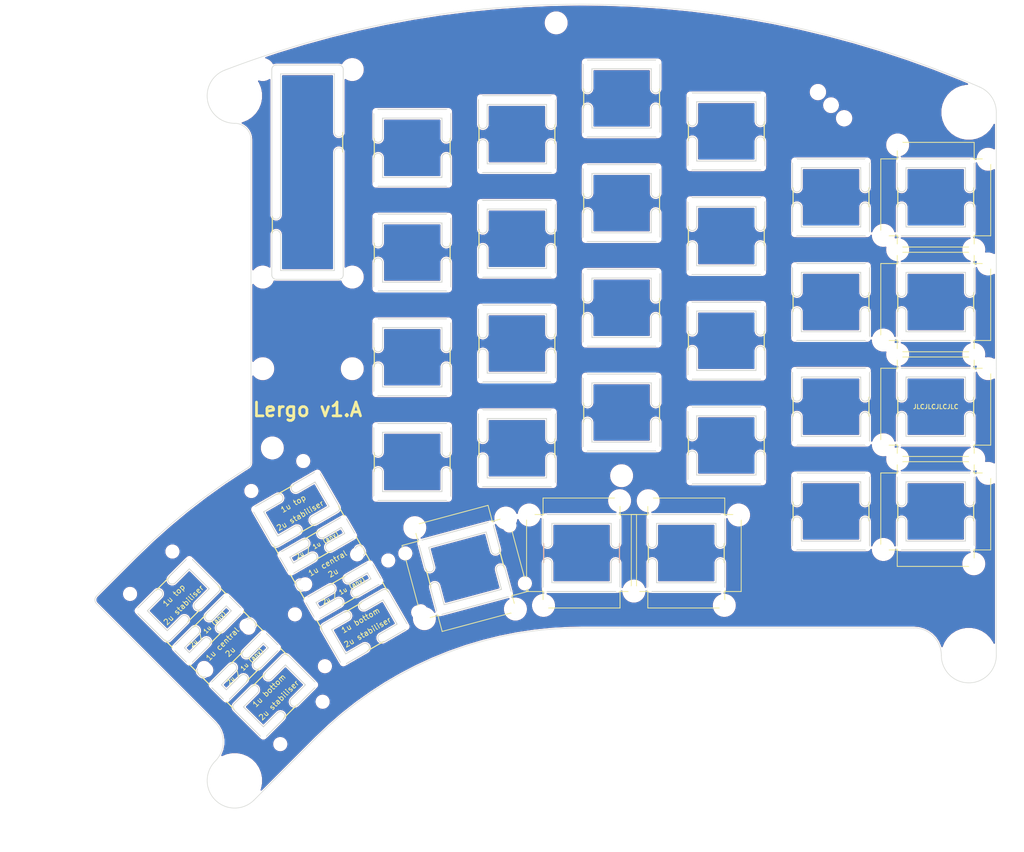
<source format=kicad_pcb>
(kicad_pcb (version 20171130) (host pcbnew 5.1.12-84ad8e8a86~92~ubuntu20.04.1)
  (title_block (title "Lergo default top plate, less routing") (date 2021-11-15) (rev v1.A) (company "Axel Voitier") (comment 1 "SPDX-License-Identifier: CERN-OHL-W-2.0") (comment 2 "Less routing variant") (comment 3 "Default Kyria layout variant"))
  (layers (0 F.Cu signal) (31 B.Cu signal) (34 B.Paste user hide) (35 F.Paste user hide) (36 B.SilkS user) (37 F.SilkS user) (38 B.Mask user hide) (39 F.Mask user hide) (44 Edge.Cuts user))
  (net 0 "")
  (module "Lergo Footprints:CherryMX_Lergo_v1_TopPlate_2u_1u_Less_Routing_Alu" (layer F.Cu) (at 97.135413 135.364647 225)
    (fp_text reference SW2 hide)
    (fp_text value KEY_SWITCH hide)
    (fp_arc (start -6.2 -0.20625) (end -5.4 -0.20625) (angle -180) (layer Edge.Cuts) (width 0.15))
    (fp_arc (start 6.2 3.325) (end 7 3.325) (angle -90) (layer Edge.Cuts) (width 0.15))
    (fp_arc (start -6.2 15.725) (end -7 15.725) (angle -90) (layer Edge.Cuts) (width 0.15))
    (fp_arc (start 6.2 15.725) (end 6.2 16.525) (angle -90) (layer Edge.Cuts) (width 0.15))
    (fp_arc (start -6.2 3.325) (end -6.2 2.525) (angle -90) (layer Edge.Cuts) (width 0.15))
    (fp_arc (start 6.2 -15.725) (end 7 -15.725) (angle -90) (layer Edge.Cuts) (width 0.15))
    (fp_arc (start -6.2 -3.325) (end -7 -3.325) (angle -90) (layer Edge.Cuts) (width 0.15))
    (fp_arc (start 6.2 -3.325) (end 6.2 -2.525) (angle -90) (layer Edge.Cuts) (width 0.15))
    (fp_arc (start -6.2 -15.725) (end -6.2 -16.525) (angle -90) (layer Edge.Cuts) (width 0.15))
    (fp_arc (start 6.2 -6.2) (end 7 -6.2) (angle -90) (layer Edge.Cuts) (width 0.15))
    (fp_arc (start -6.2 6.2) (end -7 6.2) (angle -90) (layer Edge.Cuts) (width 0.15))
    (fp_arc (start 6.2 6.2) (end 6.2 7) (angle -90) (layer Edge.Cuts) (width 0.15))
    (fp_arc (start -6.2 -6.2) (end -6.2 -7) (angle -90) (layer Edge.Cuts) (width 0.15))
    (fp_arc (start -6.2 0.2) (end -7 0.2) (angle -180) (layer Edge.Cuts) (width 0.15))
    (fp_arc (start -6.200008 9.00625) (end -6.200008 8.20625) (angle -90.00164725) (layer Edge.Cuts) (width 0.15))
    (fp_arc (start 6.2 0.2) (end 5.4 0.2) (angle -180) (layer Edge.Cuts) (width 0.15))
    (fp_arc (start 6.2 -0.2) (end 7 -0.2) (angle -180) (layer Edge.Cuts) (width 0.15))
    (fp_arc (start 6.199992 9.00625) (end 6.999992 9.00625) (angle -90) (layer Edge.Cuts) (width 0.15))
    (fp_arc (start -6.200008 -9.00625) (end -7.000008 -9.00625) (angle -90) (layer Edge.Cuts) (width 0.15))
    (fp_arc (start 6.199992 -9.00625) (end 6.199992 -8.20625) (angle -89.99835275) (layer Edge.Cuts) (width 0.15))
    (fp_arc (start 1.799992 6.2) (end 1.799992 5.4) (angle -180) (layer Edge.Cuts) (width 0.15))
    (fp_arc (start 1.799992 3.325) (end 1.799992 2.525) (angle -180) (layer Edge.Cuts) (width 0.15))
    (fp_arc (start -1.800008 3.325) (end -1.800008 4.125) (angle -180) (layer Edge.Cuts) (width 0.15))
    (fp_arc (start -1.800008 6.2) (end -1.800008 7) (angle -180) (layer Edge.Cuts) (width 0.15))
    (fp_arc (start -1.800008 -3.325) (end -1.800008 -2.525) (angle -180) (layer Edge.Cuts) (width 0.15))
    (fp_arc (start 1.799992 -3.325) (end 1.799992 -4.125) (angle -180) (layer Edge.Cuts) (width 0.15))
    (fp_arc (start -1.800008 -6.2) (end -1.800008 -5.4) (angle -180) (layer Edge.Cuts) (width 0.15))
    (fp_arc (start 1.799992 -6.2) (end 1.799992 -7) (angle -180) (layer Edge.Cuts) (width 0.15))
    (fp_arc (start -1.800008 -9.00625) (end -1.800008 -8.20625) (angle -180) (layer Edge.Cuts) (width 0.15))
    (fp_arc (start 1.799992 -9.00625) (end 1.799992 -9.80625) (angle -180) (layer Edge.Cuts) (width 0.15))
    (fp_arc (start -1.800008 9.00625) (end -1.800008 9.80625) (angle -180) (layer Edge.Cuts) (width 0.15))
    (fp_arc (start 1.799992 9.00625) (end 1.799992 8.20625) (angle -180) (layer Edge.Cuts) (width 0.15))
    (fp_text user 2u (at 0 -1.025 45) (layer F.SilkS))
    (fp_text user "1u central" (at 0 0.975 45) (layer F.SilkS))
    (fp_text user "2u / 1u (any)" (at 0 -4.775 45) (layer F.SilkS) (effects (font (size 0.8 0.8))))
    (fp_text user "2u / 1u (any)" (at 0 4.79375 45) (layer F.SilkS) (effects (font (size 0.8 0.8))))
    (fp_text user "2u stabiliser" (at 0 -13.5 45) (layer F.SilkS))
    (fp_text user "1u top" (at 0 13.5 45) (layer F.SilkS))
    (fp_text user "2u stabiliser" (at 0 11 45) (layer F.SilkS))
    (fp_text user "1u bottom" (at 0 -11 45) (layer F.SilkS))
    (fp_arc (start -1.8 -15.725) (end -1.8 -14.925) (angle -180) (layer Edge.Cuts) (width 0.15))
    (fp_arc (start 1.8 -15.725) (end 1.8 -16.525) (angle -180) (layer Edge.Cuts) (width 0.15))
    (fp_arc (start -1.8 15.725) (end -1.8 16.525) (angle -180) (layer Edge.Cuts) (width 0.15))
    (fp_arc (start 1.799992 15.725) (end 1.799992 14.925) (angle -180) (layer Edge.Cuts) (width 0.15))
    (fp_line (start 1.799992 16.525) (end 6.2 16.525) (layer Edge.Cuts) (width 0.15))
    (fp_line (start -5.4 14.925) (end -1.8 14.925) (layer Edge.Cuts) (width 0.15))
    (fp_line (start -1.8 -14.925) (end -5.4 -14.925) (layer Edge.Cuts) (width 0.15))
    (fp_line (start 6.2 -16.525) (end 1.8 -16.525) (layer Edge.Cuts) (width 0.15))
    (fp_line (start 1.799992 -2.525) (end 6.2 -2.525) (layer Edge.Cuts) (width 0.15))
    (fp_line (start -1.8 -16.525) (end -6.2 -16.525) (layer Edge.Cuts) (width 0.15))
    (fp_line (start -6.2 16.525) (end -1.8 16.525) (layer Edge.Cuts) (width 0.15))
    (fp_line (start 6.2 2.525) (end 1.799992 2.525) (layer Edge.Cuts) (width 0.15))
    (fp_line (start -6.2 7) (end -1.800008 7) (layer Edge.Cuts) (width 0.15))
    (fp_line (start 6.2 -7) (end 1.799992 -7) (layer Edge.Cuts) (width 0.15))
    (fp_line (start -7 3.325) (end -7 6.2) (layer Edge.Cuts) (width 0.15))
    (fp_line (start 5.4 -14.925) (end 1.8 -14.925) (layer Edge.Cuts) (width 0.15))
    (fp_line (start 5.4 -5.4) (end 1.799992 -5.4) (layer Edge.Cuts) (width 0.15))
    (fp_line (start -1.800008 4.125) (end -5.4 4.125) (layer Edge.Cuts) (width 0.15))
    (fp_line (start 1.799992 -4.125) (end 5.4 -4.125) (layer Edge.Cuts) (width 0.15))
    (fp_line (start 1.799992 14.925) (end 5.4 14.925) (layer Edge.Cuts) (width 0.15))
    (fp_line (start 5.4 -9.80625) (end 5.4 -14.925) (layer Edge.Cuts) (width 0.15))
    (fp_line (start 5.4 14.925) (end 5.4 9.80625) (layer Edge.Cuts) (width 0.15))
    (fp_line (start -5.4 14.925) (end -5.4 9.80625) (layer Edge.Cuts) (width 0.15))
    (fp_line (start -5.4 -9.80625) (end -5.4 -14.925) (layer Edge.Cuts) (width 0.15))
    (fp_line (start 5.4 5.4) (end 5.4 4.125) (layer Edge.Cuts) (width 0.15))
    (fp_line (start 5.4 -4.125) (end 5.4 -5.4) (layer Edge.Cuts) (width 0.15))
    (fp_line (start -5.4 -4.125) (end -5.4 -5.4) (layer Edge.Cuts) (width 0.15))
    (fp_line (start -5.4 5.4) (end -5.4 4.125) (layer Edge.Cuts) (width 0.15))
    (fp_line (start -5.4 0.2) (end -5.4 -0.20625) (layer Edge.Cuts) (width 0.15))
    (fp_line (start 5.4 0.2) (end 5.4 -0.2) (layer Edge.Cuts) (width 0.15))
    (fp_line (start -7 0.2) (end -7 -0.20625) (layer Edge.Cuts) (width 0.15))
    (fp_line (start -7.000008 9.006273) (end -7 15.725) (layer Edge.Cuts) (width 0.15))
    (fp_line (start 6.999992 9.00625) (end 7 15.725) (layer Edge.Cuts) (width 0.15))
    (fp_line (start 7 3.325) (end 7 6.2) (layer Edge.Cuts) (width 0.15))
    (fp_line (start 7 0.2) (end 7 -0.2) (layer Edge.Cuts) (width 0.15))
    (fp_line (start 7 -6.2) (end 7 -3.325) (layer Edge.Cuts) (width 0.15))
    (fp_line (start 7 -15.725) (end 6.999992 -9.006227) (layer Edge.Cuts) (width 0.15))
    (fp_line (start -7 -15.725) (end -7.000008 -9.00625) (layer Edge.Cuts) (width 0.15))
    (fp_line (start -7 -6.2) (end -7 -3.325) (layer Edge.Cuts) (width 0.15))
    (fp_line (start -1.800008 2.525) (end -6.2 2.525) (layer Edge.Cuts) (width 0.15))
    (fp_line (start 5.4 4.125) (end 1.799992 4.125) (layer Edge.Cuts) (width 0.15))
    (fp_line (start -5.4 5.4) (end -1.800008 5.4) (layer Edge.Cuts) (width 0.15))
    (fp_line (start 1.799992 5.4) (end 5.4 5.4) (layer Edge.Cuts) (width 0.15))
    (fp_line (start 1.799992 7) (end 6.2 7) (layer Edge.Cuts) (width 0.15))
    (fp_line (start -1.800008 -7) (end -6.2 -7) (layer Edge.Cuts) (width 0.15))
    (fp_line (start -1.800008 -5.4) (end -5.4 -5.4) (layer Edge.Cuts) (width 0.15))
    (fp_line (start -5.4 -4.125) (end -1.800008 -4.125) (layer Edge.Cuts) (width 0.15))
    (fp_line (start -6.2 -2.525) (end -1.800008 -2.525) (layer Edge.Cuts) (width 0.15))
    (fp_line (start -1.800008 -8.20625) (end -6.200008 -8.20625) (layer Edge.Cuts) (width 0.15))
    (fp_line (start 6.199992 8.20625) (end 1.799992 8.20625) (layer Edge.Cuts) (width 0.15))
    (fp_line (start 5.4 -9.80625) (end 1.799992 -9.80625) (layer Edge.Cuts) (width 0.15))
    (fp_line (start -1.800008 -9.80625) (end -5.4 -9.80625) (layer Edge.Cuts) (width 0.15))
    (fp_line (start 6.199992 -8.20625) (end 1.799992 -8.20625) (layer Edge.Cuts) (width 0.15))
    (fp_line (start -1.800008 9.80625) (end -5.4 9.80625) (layer Edge.Cuts) (width 0.15))
    (fp_line (start -1.800008 8.20625) (end -6.200008 8.20625) (layer Edge.Cuts) (width 0.15))
    (fp_line (start 5.4 9.80625) (end 1.799992 9.80625) (layer Edge.Cuts) (width 0.15))
    (pad "" np_thru_hole circle (at -6.56 16.085 225) (size 1 1) (drill 1) (layers *.Cu))
    (pad "" np_thru_hole circle (at 6.56 16.085 225) (size 1 1) (drill 1) (layers *.Cu))
    (pad "" np_thru_hole circle (at -6.56 2.965 225) (size 1 1) (drill 1) (layers *.Cu))
    (pad "" np_thru_hole circle (at 6.56 2.965 225) (size 1 1) (drill 1) (layers *.Cu))
    (pad "" np_thru_hole circle (at -6.56 -2.965 225) (size 1 1) (drill 1) (layers *.Cu))
    (pad "" np_thru_hole circle (at 6.56 -2.965 225) (size 1 1) (drill 1) (layers *.Cu))
    (pad "" np_thru_hole circle (at -6.56 -16.085 225) (size 1 1) (drill 1) (layers *.Cu))
    (pad "" np_thru_hole circle (at 6.56 -16.085 225) (size 1 1) (drill 1) (layers *.Cu))
    (pad "" np_thru_hole circle (at -6.56 6.56 225) (size 1 1) (drill 1) (layers *.Cu))
    (pad "" np_thru_hole circle (at 6.56 6.56 225) (size 1 1) (drill 1) (layers *.Cu))
    (pad "" np_thru_hole circle (at -6.56 -6.56 225) (size 1 1) (drill 1) (layers *.Cu))
    (pad "" np_thru_hole circle (at 6.56 -6.56 225) (size 1 1) (drill 1) (layers *.Cu))
  )
  (module "Lergo Footprints:CherryMX_Lergo_v1_TopPlate_2u_1u_Less_Routing_Alu" (layer F.Cu) (at 116.057845 120.838155 210)
    (fp_text reference SW2 hide)
    (fp_text value KEY_SWITCH hide)
    (fp_line (start 5.4 9.80625) (end 1.799992 9.80625) (layer Edge.Cuts) (width 0.15))
    (fp_line (start -1.800008 8.20625) (end -6.200008 8.20625) (layer Edge.Cuts) (width 0.15))
    (fp_line (start -1.800008 9.80625) (end -5.4 9.80625) (layer Edge.Cuts) (width 0.15))
    (fp_line (start 6.199992 -8.20625) (end 1.799992 -8.20625) (layer Edge.Cuts) (width 0.15))
    (fp_line (start -1.800008 -9.80625) (end -5.4 -9.80625) (layer Edge.Cuts) (width 0.15))
    (fp_line (start 5.4 -9.80625) (end 1.799992 -9.80625) (layer Edge.Cuts) (width 0.15))
    (fp_line (start 6.199992 8.20625) (end 1.799992 8.20625) (layer Edge.Cuts) (width 0.15))
    (fp_line (start -1.800008 -8.20625) (end -6.200008 -8.20625) (layer Edge.Cuts) (width 0.15))
    (fp_line (start -6.2 -2.525) (end -1.800008 -2.525) (layer Edge.Cuts) (width 0.15))
    (fp_line (start -5.4 -4.125) (end -1.800008 -4.125) (layer Edge.Cuts) (width 0.15))
    (fp_line (start -1.800008 -5.4) (end -5.4 -5.4) (layer Edge.Cuts) (width 0.15))
    (fp_line (start -1.800008 -7) (end -6.2 -7) (layer Edge.Cuts) (width 0.15))
    (fp_line (start 1.799992 7) (end 6.2 7) (layer Edge.Cuts) (width 0.15))
    (fp_line (start 1.799992 5.4) (end 5.4 5.4) (layer Edge.Cuts) (width 0.15))
    (fp_line (start -5.4 5.4) (end -1.800008 5.4) (layer Edge.Cuts) (width 0.15))
    (fp_line (start 5.4 4.125) (end 1.799992 4.125) (layer Edge.Cuts) (width 0.15))
    (fp_line (start -1.800008 2.525) (end -6.2 2.525) (layer Edge.Cuts) (width 0.15))
    (fp_line (start -7 -6.2) (end -7 -3.325) (layer Edge.Cuts) (width 0.15))
    (fp_line (start -7 -15.725) (end -7.000008 -9.00625) (layer Edge.Cuts) (width 0.15))
    (fp_line (start 7 -15.725) (end 6.999992 -9.006227) (layer Edge.Cuts) (width 0.15))
    (fp_line (start 7 -6.2) (end 7 -3.325) (layer Edge.Cuts) (width 0.15))
    (fp_line (start 7 0.2) (end 7 -0.2) (layer Edge.Cuts) (width 0.15))
    (fp_line (start 7 3.325) (end 7 6.2) (layer Edge.Cuts) (width 0.15))
    (fp_line (start 6.999992 9.00625) (end 7 15.725) (layer Edge.Cuts) (width 0.15))
    (fp_line (start -7.000008 9.006273) (end -7 15.725) (layer Edge.Cuts) (width 0.15))
    (fp_line (start -7 0.2) (end -7 -0.20625) (layer Edge.Cuts) (width 0.15))
    (fp_line (start 5.4 0.2) (end 5.4 -0.2) (layer Edge.Cuts) (width 0.15))
    (fp_line (start -5.4 0.2) (end -5.4 -0.20625) (layer Edge.Cuts) (width 0.15))
    (fp_line (start -5.4 5.4) (end -5.4 4.125) (layer Edge.Cuts) (width 0.15))
    (fp_line (start -5.4 -4.125) (end -5.4 -5.4) (layer Edge.Cuts) (width 0.15))
    (fp_line (start 5.4 -4.125) (end 5.4 -5.4) (layer Edge.Cuts) (width 0.15))
    (fp_line (start 5.4 5.4) (end 5.4 4.125) (layer Edge.Cuts) (width 0.15))
    (fp_line (start -5.4 -9.80625) (end -5.4 -14.925) (layer Edge.Cuts) (width 0.15))
    (fp_line (start -5.4 14.925) (end -5.4 9.80625) (layer Edge.Cuts) (width 0.15))
    (fp_line (start 5.4 14.925) (end 5.4 9.80625) (layer Edge.Cuts) (width 0.15))
    (fp_line (start 5.4 -9.80625) (end 5.4 -14.925) (layer Edge.Cuts) (width 0.15))
    (fp_line (start 1.799992 14.925) (end 5.4 14.925) (layer Edge.Cuts) (width 0.15))
    (fp_line (start 1.799992 -4.125) (end 5.4 -4.125) (layer Edge.Cuts) (width 0.15))
    (fp_line (start -1.800008 4.125) (end -5.4 4.125) (layer Edge.Cuts) (width 0.15))
    (fp_line (start 5.4 -5.4) (end 1.799992 -5.4) (layer Edge.Cuts) (width 0.15))
    (fp_line (start 5.4 -14.925) (end 1.8 -14.925) (layer Edge.Cuts) (width 0.15))
    (fp_line (start -7 3.325) (end -7 6.2) (layer Edge.Cuts) (width 0.15))
    (fp_line (start 6.2 -7) (end 1.799992 -7) (layer Edge.Cuts) (width 0.15))
    (fp_line (start -6.2 7) (end -1.800008 7) (layer Edge.Cuts) (width 0.15))
    (fp_line (start 6.2 2.525) (end 1.799992 2.525) (layer Edge.Cuts) (width 0.15))
    (fp_line (start -6.2 16.525) (end -1.8 16.525) (layer Edge.Cuts) (width 0.15))
    (fp_line (start -1.8 -16.525) (end -6.2 -16.525) (layer Edge.Cuts) (width 0.15))
    (fp_line (start 1.799992 -2.525) (end 6.2 -2.525) (layer Edge.Cuts) (width 0.15))
    (fp_line (start 6.2 -16.525) (end 1.8 -16.525) (layer Edge.Cuts) (width 0.15))
    (fp_line (start -1.8 -14.925) (end -5.4 -14.925) (layer Edge.Cuts) (width 0.15))
    (fp_line (start -5.4 14.925) (end -1.8 14.925) (layer Edge.Cuts) (width 0.15))
    (fp_line (start 1.799992 16.525) (end 6.2 16.525) (layer Edge.Cuts) (width 0.15))
    (fp_arc (start -6.2 -0.20625) (end -5.4 -0.20625) (angle -180) (layer Edge.Cuts) (width 0.15))
    (fp_arc (start 6.2 3.325) (end 7 3.325) (angle -90) (layer Edge.Cuts) (width 0.15))
    (fp_arc (start -6.2 15.725) (end -7 15.725) (angle -90) (layer Edge.Cuts) (width 0.15))
    (fp_arc (start 6.2 15.725) (end 6.2 16.525) (angle -90) (layer Edge.Cuts) (width 0.15))
    (fp_arc (start -6.2 3.325) (end -6.2 2.525) (angle -90) (layer Edge.Cuts) (width 0.15))
    (fp_arc (start 6.2 -15.725) (end 7 -15.725) (angle -90) (layer Edge.Cuts) (width 0.15))
    (fp_arc (start -6.2 -3.325) (end -7 -3.325) (angle -90) (layer Edge.Cuts) (width 0.15))
    (fp_arc (start 6.2 -3.325) (end 6.2 -2.525) (angle -90) (layer Edge.Cuts) (width 0.15))
    (fp_arc (start -6.2 -15.725) (end -6.2 -16.525) (angle -90) (layer Edge.Cuts) (width 0.15))
    (fp_arc (start 6.2 -6.2) (end 7 -6.2) (angle -90) (layer Edge.Cuts) (width 0.15))
    (fp_arc (start -6.2 6.2) (end -7 6.2) (angle -90) (layer Edge.Cuts) (width 0.15))
    (fp_arc (start 6.2 6.2) (end 6.2 7) (angle -90) (layer Edge.Cuts) (width 0.15))
    (fp_arc (start -6.2 -6.2) (end -6.2 -7) (angle -90) (layer Edge.Cuts) (width 0.15))
    (fp_arc (start -6.2 0.2) (end -7 0.2) (angle -180) (layer Edge.Cuts) (width 0.15))
    (fp_arc (start -6.200008 9.00625) (end -6.200008 8.20625) (angle -90.00164725) (layer Edge.Cuts) (width 0.15))
    (fp_arc (start 6.2 0.2) (end 5.4 0.2) (angle -180) (layer Edge.Cuts) (width 0.15))
    (fp_arc (start 6.2 -0.2) (end 7 -0.2) (angle -180) (layer Edge.Cuts) (width 0.15))
    (fp_arc (start 6.199992 9.00625) (end 6.999992 9.00625) (angle -90) (layer Edge.Cuts) (width 0.15))
    (fp_arc (start -6.200008 -9.00625) (end -7.000008 -9.00625) (angle -90) (layer Edge.Cuts) (width 0.15))
    (fp_arc (start 6.199992 -9.00625) (end 6.199992 -8.20625) (angle -89.99835275) (layer Edge.Cuts) (width 0.15))
    (fp_arc (start 1.799992 6.2) (end 1.799992 5.4) (angle -180) (layer Edge.Cuts) (width 0.15))
    (fp_arc (start 1.799992 3.325) (end 1.799992 2.525) (angle -180) (layer Edge.Cuts) (width 0.15))
    (fp_arc (start -1.800008 3.325) (end -1.800008 4.125) (angle -180) (layer Edge.Cuts) (width 0.15))
    (fp_arc (start -1.800008 6.2) (end -1.800008 7) (angle -180) (layer Edge.Cuts) (width 0.15))
    (fp_arc (start -1.800008 -3.325) (end -1.800008 -2.525) (angle -180) (layer Edge.Cuts) (width 0.15))
    (fp_arc (start 1.799992 -3.325) (end 1.799992 -4.125) (angle -180) (layer Edge.Cuts) (width 0.15))
    (fp_arc (start -1.800008 -6.2) (end -1.800008 -5.4) (angle -180) (layer Edge.Cuts) (width 0.15))
    (fp_arc (start 1.799992 -6.2) (end 1.799992 -7) (angle -180) (layer Edge.Cuts) (width 0.15))
    (fp_arc (start -1.800008 -9.00625) (end -1.800008 -8.20625) (angle -180) (layer Edge.Cuts) (width 0.15))
    (fp_arc (start 1.799992 -9.00625) (end 1.799992 -9.80625) (angle -180) (layer Edge.Cuts) (width 0.15))
    (fp_arc (start -1.800008 9.00625) (end -1.800008 9.80625) (angle -180) (layer Edge.Cuts) (width 0.15))
    (fp_arc (start 1.799992 9.00625) (end 1.799992 8.20625) (angle -180) (layer Edge.Cuts) (width 0.15))
    (fp_text user 2u (at 0 -1.025 30) (layer F.SilkS))
    (fp_text user "1u central" (at 0 0.975 30) (layer F.SilkS))
    (fp_text user "2u / 1u (any)" (at 0 -4.775 30) (layer F.SilkS) (effects (font (size 0.8 0.8))))
    (fp_text user "2u / 1u (any)" (at 0 4.79375 30) (layer F.SilkS) (effects (font (size 0.8 0.8))))
    (fp_text user "2u stabiliser" (at 0 -13.5 30) (layer F.SilkS))
    (fp_text user "1u top" (at 0 13.5 30) (layer F.SilkS))
    (fp_text user "2u stabiliser" (at 0 11 30) (layer F.SilkS))
    (fp_text user "1u bottom" (at 0 -11 30) (layer F.SilkS))
    (fp_arc (start -1.8 -15.725) (end -1.8 -14.925) (angle -180) (layer Edge.Cuts) (width 0.15))
    (fp_arc (start 1.8 -15.725) (end 1.8 -16.525) (angle -180) (layer Edge.Cuts) (width 0.15))
    (fp_arc (start -1.8 15.725) (end -1.8 16.525) (angle -180) (layer Edge.Cuts) (width 0.15))
    (fp_arc (start 1.799992 15.725) (end 1.799992 14.925) (angle -180) (layer Edge.Cuts) (width 0.15))
    (pad "" np_thru_hole circle (at -6.56 16.085 210) (size 1 1) (drill 1) (layers *.Cu))
    (pad "" np_thru_hole circle (at 6.56 16.085 210) (size 1 1) (drill 1) (layers *.Cu))
    (pad "" np_thru_hole circle (at -6.56 2.965 210) (size 1 1) (drill 1) (layers *.Cu))
    (pad "" np_thru_hole circle (at 6.56 2.965 210) (size 1 1) (drill 1) (layers *.Cu))
    (pad "" np_thru_hole circle (at -6.56 -2.965 210) (size 1 1) (drill 1) (layers *.Cu))
    (pad "" np_thru_hole circle (at 6.56 -2.965 210) (size 1 1) (drill 1) (layers *.Cu))
    (pad "" np_thru_hole circle (at -6.56 -16.085 210) (size 1 1) (drill 1) (layers *.Cu))
    (pad "" np_thru_hole circle (at 6.56 -16.085 210) (size 1 1) (drill 1) (layers *.Cu))
    (pad "" np_thru_hole circle (at -6.56 6.56 210) (size 1 1) (drill 1) (layers *.Cu))
    (pad "" np_thru_hole circle (at 6.56 6.56 210) (size 1 1) (drill 1) (layers *.Cu))
    (pad "" np_thru_hole circle (at -6.56 -6.56 210) (size 1 1) (drill 1) (layers *.Cu))
    (pad "" np_thru_hole circle (at 6.56 -6.56 210) (size 1 1) (drill 1) (layers *.Cu))
  )
  (module "Lergo Footprints:CherryMX_Lergo_v1_TopPlate_1u_Drilled_Less_Routing_Alu" (layer F.Cu) (at 180.81 118.12)
    (fp_text reference SW2 hide)
    (fp_text value KEY_SWITCH hide)
    (fp_line (start -6.2 7) (end 6.2 7) (layer Edge.Cuts) (width 0.15))
    (fp_line (start 5.4 -1.8) (end 5.4 -5.4) (layer Edge.Cuts) (width 0.15))
    (fp_line (start -5.4 -5.4) (end -5.4 -1.8) (layer Edge.Cuts) (width 0.15))
    (fp_line (start 7 -1.8) (end 7 -6.2) (layer Edge.Cuts) (width 0.15))
    (fp_line (start 7 6.2) (end 7 1.8) (layer Edge.Cuts) (width 0.15))
    (fp_line (start 6.2 -7) (end -6.2 -7) (layer Edge.Cuts) (width 0.15))
    (fp_line (start -7 1.8) (end -7 6.2) (layer Edge.Cuts) (width 0.15))
    (fp_line (start 5.4 5.4) (end 5.4 1.8) (layer Edge.Cuts) (width 0.15))
    (fp_line (start -7 -6.2) (end -7 -1.8) (layer Edge.Cuts) (width 0.15))
    (fp_line (start -5.4 1.8) (end -5.4 5.4) (layer Edge.Cuts) (width 0.15))
    (fp_line (start 5.4 -5.4) (end -5.4 -5.4) (layer Edge.Cuts) (width 0.15))
    (fp_line (start -5.4 5.4) (end 5.4 5.4) (layer Edge.Cuts) (width 0.15))
    (fp_arc (start -6.2 -6.2) (end -6.2 -7) (angle -90) (layer Edge.Cuts) (width 0.15))
    (fp_arc (start 6.2 6.2) (end 6.2 7) (angle -90) (layer Edge.Cuts) (width 0.15))
    (fp_arc (start -6.2 1.8) (end -5.4 1.8) (angle -180) (layer Edge.Cuts) (width 0.15))
    (fp_arc (start 6.2 -1.8) (end 5.4 -1.8) (angle -180) (layer Edge.Cuts) (width 0.15))
    (fp_arc (start -6.2 6.2) (end -7 6.2) (angle -90) (layer Edge.Cuts) (width 0.15))
    (fp_arc (start 6.2 -6.2) (end 7 -6.2) (angle -90) (layer Edge.Cuts) (width 0.15))
    (fp_arc (start 6.2 1.8) (end 7 1.8) (angle -180) (layer Edge.Cuts) (width 0.15))
    (fp_arc (start -6.2 -1.8) (end -7 -1.8) (angle -180) (layer Edge.Cuts) (width 0.15))
    (pad "" np_thru_hole circle (at 6.56 -6.56) (size 1 1) (drill 1) (layers *.Cu))
    (pad "" np_thru_hole circle (at -6.56 -6.56) (size 1 1) (drill 1) (layers *.Cu))
    (pad "" np_thru_hole circle (at 6.56 6.56) (size 1 1) (drill 1) (layers *.Cu))
    (pad "" np_thru_hole circle (at -6.56 6.56) (size 1 1) (drill 1) (layers *.Cu))
    (pad "" np_thru_hole circle (at 6.92375 9.525) (size 2 2) (drill 2) (layers *.Cu *.Mask) (clearance 1.1))
    (pad "" np_thru_hole circle (at -6.92375 -9.525) (size 2 2) (drill 2) (layers *.Cu *.Mask) (clearance 1.1))
    (pad "" np_thru_hole circle (at 9.525 -6.92375 90) (size 2 2) (drill 2) (layers *.Cu *.Mask) (clearance 1.1))
    (pad "" np_thru_hole circle (at -9.525 6.92375 90) (size 2 2) (drill 2) (layers *.Cu *.Mask) (clearance 1.1))
  )
  (module "Lergo Footprints:CherryMX_Lergo_v1_TopPlate_1u_Drilled_Less_Routing_Alu" (layer B.Cu) (at 161.76 118.12)
    (fp_text reference SW2 hide)
    (fp_text value KEY_SWITCH hide)
    (fp_line (start -6.2 -7) (end 6.2 -7) (layer Edge.Cuts) (width 0.15))
    (fp_line (start 5.4 1.8) (end 5.4 5.4) (layer Edge.Cuts) (width 0.15))
    (fp_line (start -5.4 5.4) (end -5.4 1.8) (layer Edge.Cuts) (width 0.15))
    (fp_line (start 7 1.8) (end 7 6.2) (layer Edge.Cuts) (width 0.15))
    (fp_line (start 7 -6.2) (end 7 -1.8) (layer Edge.Cuts) (width 0.15))
    (fp_line (start 6.2 7) (end -6.2 7) (layer Edge.Cuts) (width 0.15))
    (fp_line (start -7 -1.8) (end -7 -6.2) (layer Edge.Cuts) (width 0.15))
    (fp_line (start 5.4 -5.4) (end 5.4 -1.8) (layer Edge.Cuts) (width 0.15))
    (fp_line (start -7 6.2) (end -7 1.8) (layer Edge.Cuts) (width 0.15))
    (fp_line (start -5.4 -1.8) (end -5.4 -5.4) (layer Edge.Cuts) (width 0.15))
    (fp_line (start 5.4 5.4) (end -5.4 5.4) (layer Edge.Cuts) (width 0.15))
    (fp_line (start -5.4 -5.4) (end 5.4 -5.4) (layer Edge.Cuts) (width 0.15))
    (fp_arc (start -6.2 6.2) (end -6.2 7) (angle 90) (layer Edge.Cuts) (width 0.15))
    (fp_arc (start 6.2 -6.2) (end 6.2 -7) (angle 90) (layer Edge.Cuts) (width 0.15))
    (fp_arc (start -6.2 -1.8) (end -5.4 -1.8) (angle 180) (layer Edge.Cuts) (width 0.15))
    (fp_arc (start 6.2 1.8) (end 5.4 1.8) (angle 180) (layer Edge.Cuts) (width 0.15))
    (fp_arc (start -6.2 -6.2) (end -7 -6.2) (angle 90) (layer Edge.Cuts) (width 0.15))
    (fp_arc (start 6.2 6.2) (end 7 6.2) (angle 90) (layer Edge.Cuts) (width 0.15))
    (fp_arc (start 6.2 -1.8) (end 7 -1.8) (angle 180) (layer Edge.Cuts) (width 0.15))
    (fp_arc (start -6.2 1.8) (end -7 1.8) (angle 180) (layer Edge.Cuts) (width 0.15))
    (pad "" np_thru_hole circle (at 6.56 6.56) (size 1 1) (drill 1) (layers *.Cu))
    (pad "" np_thru_hole circle (at -6.56 6.56) (size 1 1) (drill 1) (layers *.Cu))
    (pad "" np_thru_hole circle (at 6.56 -6.56) (size 1 1) (drill 1) (layers *.Cu))
    (pad "" np_thru_hole circle (at -6.56 -6.56) (size 1 1) (drill 1) (layers *.Cu))
    (pad "" np_thru_hole circle (at 6.92375 -9.525) (size 2 2) (drill 2) (layers *.Cu *.Mask) (clearance 1.1))
    (pad "" np_thru_hole circle (at -6.92375 9.525) (size 2 2) (drill 2) (layers *.Cu *.Mask) (clearance 1.1))
    (pad "" np_thru_hole circle (at 9.525 6.92375 270) (size 2 2) (drill 2) (layers *.Cu *.Mask) (clearance 1.1))
    (pad "" np_thru_hole circle (at -9.525 -6.92375 270) (size 2 2) (drill 2) (layers *.Cu *.Mask) (clearance 1.1))
  )
  (module "Lergo Footprints:CherryMX_Lergo_v1_TopPlate_1u_Drilled_Less_Routing_Alu" (layer F.Cu) (at 140.575 120.91 15)
    (fp_text reference SW2 hide)
    (fp_text value KEY_SWITCH hide)
    (fp_line (start -6.2 7) (end 6.2 7) (layer Edge.Cuts) (width 0.15))
    (fp_line (start 5.4 -1.8) (end 5.4 -5.4) (layer Edge.Cuts) (width 0.15))
    (fp_line (start -5.4 -5.4) (end -5.4 -1.8) (layer Edge.Cuts) (width 0.15))
    (fp_line (start 7 -1.8) (end 7 -6.2) (layer Edge.Cuts) (width 0.15))
    (fp_line (start 7 6.2) (end 7 1.8) (layer Edge.Cuts) (width 0.15))
    (fp_line (start 6.2 -7) (end -6.2 -7) (layer Edge.Cuts) (width 0.15))
    (fp_line (start -7 1.8) (end -7 6.2) (layer Edge.Cuts) (width 0.15))
    (fp_line (start 5.4 5.4) (end 5.4 1.8) (layer Edge.Cuts) (width 0.15))
    (fp_line (start -7 -6.2) (end -7 -1.8) (layer Edge.Cuts) (width 0.15))
    (fp_line (start -5.4 1.8) (end -5.4 5.4) (layer Edge.Cuts) (width 0.15))
    (fp_line (start 5.4 -5.4) (end -5.4 -5.4) (layer Edge.Cuts) (width 0.15))
    (fp_line (start -5.4 5.4) (end 5.4 5.4) (layer Edge.Cuts) (width 0.15))
    (fp_arc (start -6.2 -6.2) (end -6.2 -7) (angle -90) (layer Edge.Cuts) (width 0.15))
    (fp_arc (start 6.2 6.2) (end 6.2 7) (angle -90) (layer Edge.Cuts) (width 0.15))
    (fp_arc (start -6.2 1.8) (end -5.4 1.8) (angle -180) (layer Edge.Cuts) (width 0.15))
    (fp_arc (start 6.2 -1.8) (end 5.4 -1.8) (angle -180) (layer Edge.Cuts) (width 0.15))
    (fp_arc (start -6.2 6.2) (end -7 6.2) (angle -90) (layer Edge.Cuts) (width 0.15))
    (fp_arc (start 6.2 -6.2) (end 7 -6.2) (angle -90) (layer Edge.Cuts) (width 0.15))
    (fp_arc (start 6.2 1.8) (end 7 1.8) (angle -180) (layer Edge.Cuts) (width 0.15))
    (fp_arc (start -6.2 -1.8) (end -7 -1.8) (angle -180) (layer Edge.Cuts) (width 0.15))
    (pad "" np_thru_hole circle (at 6.56 -6.56 15) (size 1 1) (drill 1) (layers *.Cu))
    (pad "" np_thru_hole circle (at -6.56 -6.56 15) (size 1 1) (drill 1) (layers *.Cu))
    (pad "" np_thru_hole circle (at 6.56 6.56 15) (size 1 1) (drill 1) (layers *.Cu))
    (pad "" np_thru_hole circle (at -6.56 6.56 15) (size 1 1) (drill 1) (layers *.Cu))
    (pad "" np_thru_hole circle (at 6.92375 9.525 15) (size 2 2) (drill 2) (layers *.Cu *.Mask) (clearance 1.1))
    (pad "" np_thru_hole circle (at -6.92375 -9.525 15) (size 2 2) (drill 2) (layers *.Cu *.Mask) (clearance 1.1))
    (pad "" np_thru_hole circle (at 9.525 -6.92375 105) (size 2 2) (drill 2) (layers *.Cu *.Mask) (clearance 1.1))
    (pad "" np_thru_hole circle (at -9.525 6.92375 105) (size 2 2) (drill 2) (layers *.Cu *.Mask) (clearance 1.1))
  )
  (module "Lergo Footprints:CherryMX_Lergo_v1_TopPlate_1u_Drilled_Less_Routing_Alu" (layer F.Cu) (at 226.2 110.55)
    (fp_text reference SW2 hide)
    (fp_text value KEY_SWITCH hide)
    (fp_line (start -6.2 7) (end 6.2 7) (layer Edge.Cuts) (width 0.15))
    (fp_line (start 5.4 -1.8) (end 5.4 -5.4) (layer Edge.Cuts) (width 0.15))
    (fp_line (start -5.4 -5.4) (end -5.4 -1.8) (layer Edge.Cuts) (width 0.15))
    (fp_line (start 7 -1.8) (end 7 -6.2) (layer Edge.Cuts) (width 0.15))
    (fp_line (start 7 6.2) (end 7 1.8) (layer Edge.Cuts) (width 0.15))
    (fp_line (start 6.2 -7) (end -6.2 -7) (layer Edge.Cuts) (width 0.15))
    (fp_line (start -7 1.8) (end -7 6.2) (layer Edge.Cuts) (width 0.15))
    (fp_line (start 5.4 5.4) (end 5.4 1.8) (layer Edge.Cuts) (width 0.15))
    (fp_line (start -7 -6.2) (end -7 -1.8) (layer Edge.Cuts) (width 0.15))
    (fp_line (start -5.4 1.8) (end -5.4 5.4) (layer Edge.Cuts) (width 0.15))
    (fp_line (start 5.4 -5.4) (end -5.4 -5.4) (layer Edge.Cuts) (width 0.15))
    (fp_line (start -5.4 5.4) (end 5.4 5.4) (layer Edge.Cuts) (width 0.15))
    (fp_arc (start -6.2 -6.2) (end -6.2 -7) (angle -90) (layer Edge.Cuts) (width 0.15))
    (fp_arc (start 6.2 6.2) (end 6.2 7) (angle -90) (layer Edge.Cuts) (width 0.15))
    (fp_arc (start -6.2 1.8) (end -5.4 1.8) (angle -180) (layer Edge.Cuts) (width 0.15))
    (fp_arc (start 6.2 -1.8) (end 5.4 -1.8) (angle -180) (layer Edge.Cuts) (width 0.15))
    (fp_arc (start -6.2 6.2) (end -7 6.2) (angle -90) (layer Edge.Cuts) (width 0.15))
    (fp_arc (start 6.2 -6.2) (end 7 -6.2) (angle -90) (layer Edge.Cuts) (width 0.15))
    (fp_arc (start 6.2 1.8) (end 7 1.8) (angle -180) (layer Edge.Cuts) (width 0.15))
    (fp_arc (start -6.2 -1.8) (end -7 -1.8) (angle -180) (layer Edge.Cuts) (width 0.15))
    (pad "" np_thru_hole circle (at 6.56 -6.56) (size 1 1) (drill 1) (layers *.Cu))
    (pad "" np_thru_hole circle (at -6.56 -6.56) (size 1 1) (drill 1) (layers *.Cu))
    (pad "" np_thru_hole circle (at 6.56 6.56) (size 1 1) (drill 1) (layers *.Cu))
    (pad "" np_thru_hole circle (at -6.56 6.56) (size 1 1) (drill 1) (layers *.Cu))
    (pad "" np_thru_hole circle (at 6.92375 9.525) (size 2 2) (drill 2) (layers *.Cu *.Mask) (clearance 1.1))
    (pad "" np_thru_hole circle (at -6.92375 -9.525) (size 2 2) (drill 2) (layers *.Cu *.Mask) (clearance 1.1))
    (pad "" np_thru_hole circle (at 9.525 -6.92375 90) (size 2 2) (drill 2) (layers *.Cu *.Mask) (clearance 1.1))
    (pad "" np_thru_hole circle (at -9.525 6.92375 90) (size 2 2) (drill 2) (layers *.Cu *.Mask) (clearance 1.1))
  )
  (module "Lergo Footprints:CherryMX_Lergo_v1_TopPlate_1u_Drilled_Less_Routing_Alu" (layer F.Cu) (at 226.2 91.5)
    (fp_text reference SW2 hide)
    (fp_text value KEY_SWITCH hide)
    (fp_line (start -6.2 7) (end 6.2 7) (layer Edge.Cuts) (width 0.15))
    (fp_line (start 5.4 -1.8) (end 5.4 -5.4) (layer Edge.Cuts) (width 0.15))
    (fp_line (start -5.4 -5.4) (end -5.4 -1.8) (layer Edge.Cuts) (width 0.15))
    (fp_line (start 7 -1.8) (end 7 -6.2) (layer Edge.Cuts) (width 0.15))
    (fp_line (start 7 6.2) (end 7 1.8) (layer Edge.Cuts) (width 0.15))
    (fp_line (start 6.2 -7) (end -6.2 -7) (layer Edge.Cuts) (width 0.15))
    (fp_line (start -7 1.8) (end -7 6.2) (layer Edge.Cuts) (width 0.15))
    (fp_line (start 5.4 5.4) (end 5.4 1.8) (layer Edge.Cuts) (width 0.15))
    (fp_line (start -7 -6.2) (end -7 -1.8) (layer Edge.Cuts) (width 0.15))
    (fp_line (start -5.4 1.8) (end -5.4 5.4) (layer Edge.Cuts) (width 0.15))
    (fp_line (start 5.4 -5.4) (end -5.4 -5.4) (layer Edge.Cuts) (width 0.15))
    (fp_line (start -5.4 5.4) (end 5.4 5.4) (layer Edge.Cuts) (width 0.15))
    (fp_arc (start -6.2 -6.2) (end -6.2 -7) (angle -90) (layer Edge.Cuts) (width 0.15))
    (fp_arc (start 6.2 6.2) (end 6.2 7) (angle -90) (layer Edge.Cuts) (width 0.15))
    (fp_arc (start -6.2 1.8) (end -5.4 1.8) (angle -180) (layer Edge.Cuts) (width 0.15))
    (fp_arc (start 6.2 -1.8) (end 5.4 -1.8) (angle -180) (layer Edge.Cuts) (width 0.15))
    (fp_arc (start -6.2 6.2) (end -7 6.2) (angle -90) (layer Edge.Cuts) (width 0.15))
    (fp_arc (start 6.2 -6.2) (end 7 -6.2) (angle -90) (layer Edge.Cuts) (width 0.15))
    (fp_arc (start 6.2 1.8) (end 7 1.8) (angle -180) (layer Edge.Cuts) (width 0.15))
    (fp_arc (start -6.2 -1.8) (end -7 -1.8) (angle -180) (layer Edge.Cuts) (width 0.15))
    (pad "" np_thru_hole circle (at 6.56 -6.56) (size 1 1) (drill 1) (layers *.Cu))
    (pad "" np_thru_hole circle (at -6.56 -6.56) (size 1 1) (drill 1) (layers *.Cu))
    (pad "" np_thru_hole circle (at 6.56 6.56) (size 1 1) (drill 1) (layers *.Cu))
    (pad "" np_thru_hole circle (at -6.56 6.56) (size 1 1) (drill 1) (layers *.Cu))
    (pad "" np_thru_hole circle (at 6.92375 9.525) (size 2 2) (drill 2) (layers *.Cu *.Mask) (clearance 1.1))
    (pad "" np_thru_hole circle (at -6.92375 -9.525) (size 2 2) (drill 2) (layers *.Cu *.Mask) (clearance 1.1))
    (pad "" np_thru_hole circle (at 9.525 -6.92375 90) (size 2 2) (drill 2) (layers *.Cu *.Mask) (clearance 1.1))
    (pad "" np_thru_hole circle (at -9.525 6.92375 90) (size 2 2) (drill 2) (layers *.Cu *.Mask) (clearance 1.1))
  )
  (module "Lergo Footprints:CherryMX_Lergo_v1_TopPlate_1u_Drilled_Less_Routing_Alu" (layer F.Cu) (at 226.2 72.45)
    (fp_text reference SW2 hide)
    (fp_text value KEY_SWITCH hide)
    (fp_line (start -6.2 7) (end 6.2 7) (layer Edge.Cuts) (width 0.15))
    (fp_line (start 5.4 -1.8) (end 5.4 -5.4) (layer Edge.Cuts) (width 0.15))
    (fp_line (start -5.4 -5.4) (end -5.4 -1.8) (layer Edge.Cuts) (width 0.15))
    (fp_line (start 7 -1.8) (end 7 -6.2) (layer Edge.Cuts) (width 0.15))
    (fp_line (start 7 6.2) (end 7 1.8) (layer Edge.Cuts) (width 0.15))
    (fp_line (start 6.2 -7) (end -6.2 -7) (layer Edge.Cuts) (width 0.15))
    (fp_line (start -7 1.8) (end -7 6.2) (layer Edge.Cuts) (width 0.15))
    (fp_line (start 5.4 5.4) (end 5.4 1.8) (layer Edge.Cuts) (width 0.15))
    (fp_line (start -7 -6.2) (end -7 -1.8) (layer Edge.Cuts) (width 0.15))
    (fp_line (start -5.4 1.8) (end -5.4 5.4) (layer Edge.Cuts) (width 0.15))
    (fp_line (start 5.4 -5.4) (end -5.4 -5.4) (layer Edge.Cuts) (width 0.15))
    (fp_line (start -5.4 5.4) (end 5.4 5.4) (layer Edge.Cuts) (width 0.15))
    (fp_arc (start -6.2 -6.2) (end -6.2 -7) (angle -90) (layer Edge.Cuts) (width 0.15))
    (fp_arc (start 6.2 6.2) (end 6.2 7) (angle -90) (layer Edge.Cuts) (width 0.15))
    (fp_arc (start -6.2 1.8) (end -5.4 1.8) (angle -180) (layer Edge.Cuts) (width 0.15))
    (fp_arc (start 6.2 -1.8) (end 5.4 -1.8) (angle -180) (layer Edge.Cuts) (width 0.15))
    (fp_arc (start -6.2 6.2) (end -7 6.2) (angle -90) (layer Edge.Cuts) (width 0.15))
    (fp_arc (start 6.2 -6.2) (end 7 -6.2) (angle -90) (layer Edge.Cuts) (width 0.15))
    (fp_arc (start 6.2 1.8) (end 7 1.8) (angle -180) (layer Edge.Cuts) (width 0.15))
    (fp_arc (start -6.2 -1.8) (end -7 -1.8) (angle -180) (layer Edge.Cuts) (width 0.15))
    (pad "" np_thru_hole circle (at 6.56 -6.56) (size 1 1) (drill 1) (layers *.Cu))
    (pad "" np_thru_hole circle (at -6.56 -6.56) (size 1 1) (drill 1) (layers *.Cu))
    (pad "" np_thru_hole circle (at 6.56 6.56) (size 1 1) (drill 1) (layers *.Cu))
    (pad "" np_thru_hole circle (at -6.56 6.56) (size 1 1) (drill 1) (layers *.Cu))
    (pad "" np_thru_hole circle (at 6.92375 9.525) (size 2 2) (drill 2) (layers *.Cu *.Mask) (clearance 1.1))
    (pad "" np_thru_hole circle (at -6.92375 -9.525) (size 2 2) (drill 2) (layers *.Cu *.Mask) (clearance 1.1))
    (pad "" np_thru_hole circle (at 9.525 -6.92375 90) (size 2 2) (drill 2) (layers *.Cu *.Mask) (clearance 1.1))
    (pad "" np_thru_hole circle (at -9.525 6.92375 90) (size 2 2) (drill 2) (layers *.Cu *.Mask) (clearance 1.1))
  )
  (module "Lergo Footprints:CherryMX_Lergo_v1_TopPlate_1u_Drilled_Less_Routing_Alu" (layer F.Cu) (at 226.2 53.4)
    (fp_text reference SW2 hide)
    (fp_text value KEY_SWITCH hide)
    (fp_line (start -6.2 7) (end 6.2 7) (layer Edge.Cuts) (width 0.15))
    (fp_line (start 5.4 -1.8) (end 5.4 -5.4) (layer Edge.Cuts) (width 0.15))
    (fp_line (start -5.4 -5.4) (end -5.4 -1.8) (layer Edge.Cuts) (width 0.15))
    (fp_line (start 7 -1.8) (end 7 -6.2) (layer Edge.Cuts) (width 0.15))
    (fp_line (start 7 6.2) (end 7 1.8) (layer Edge.Cuts) (width 0.15))
    (fp_line (start 6.2 -7) (end -6.2 -7) (layer Edge.Cuts) (width 0.15))
    (fp_line (start -7 1.8) (end -7 6.2) (layer Edge.Cuts) (width 0.15))
    (fp_line (start 5.4 5.4) (end 5.4 1.8) (layer Edge.Cuts) (width 0.15))
    (fp_line (start -7 -6.2) (end -7 -1.8) (layer Edge.Cuts) (width 0.15))
    (fp_line (start -5.4 1.8) (end -5.4 5.4) (layer Edge.Cuts) (width 0.15))
    (fp_line (start 5.4 -5.4) (end -5.4 -5.4) (layer Edge.Cuts) (width 0.15))
    (fp_line (start -5.4 5.4) (end 5.4 5.4) (layer Edge.Cuts) (width 0.15))
    (fp_arc (start -6.2 -6.2) (end -6.2 -7) (angle -90) (layer Edge.Cuts) (width 0.15))
    (fp_arc (start 6.2 6.2) (end 6.2 7) (angle -90) (layer Edge.Cuts) (width 0.15))
    (fp_arc (start -6.2 1.8) (end -5.4 1.8) (angle -180) (layer Edge.Cuts) (width 0.15))
    (fp_arc (start 6.2 -1.8) (end 5.4 -1.8) (angle -180) (layer Edge.Cuts) (width 0.15))
    (fp_arc (start -6.2 6.2) (end -7 6.2) (angle -90) (layer Edge.Cuts) (width 0.15))
    (fp_arc (start 6.2 -6.2) (end 7 -6.2) (angle -90) (layer Edge.Cuts) (width 0.15))
    (fp_arc (start 6.2 1.8) (end 7 1.8) (angle -180) (layer Edge.Cuts) (width 0.15))
    (fp_arc (start -6.2 -1.8) (end -7 -1.8) (angle -180) (layer Edge.Cuts) (width 0.15))
    (pad "" np_thru_hole circle (at 6.56 -6.56) (size 1 1) (drill 1) (layers *.Cu))
    (pad "" np_thru_hole circle (at -6.56 -6.56) (size 1 1) (drill 1) (layers *.Cu))
    (pad "" np_thru_hole circle (at 6.56 6.56) (size 1 1) (drill 1) (layers *.Cu))
    (pad "" np_thru_hole circle (at -6.56 6.56) (size 1 1) (drill 1) (layers *.Cu))
    (pad "" np_thru_hole circle (at 6.92375 9.525) (size 2 2) (drill 2) (layers *.Cu *.Mask) (clearance 1.1))
    (pad "" np_thru_hole circle (at -6.92375 -9.525) (size 2 2) (drill 2) (layers *.Cu *.Mask) (clearance 1.1))
    (pad "" np_thru_hole circle (at 9.525 -6.92375 90) (size 2 2) (drill 2) (layers *.Cu *.Mask) (clearance 1.1))
    (pad "" np_thru_hole circle (at -9.525 6.92375 90) (size 2 2) (drill 2) (layers *.Cu *.Mask) (clearance 1.1))
  )
  (module "Lergo Footprints:CherryMX_Lergo_v1_TopPlate_1u_Less_Routing_Alu" (layer F.Cu) (at 130.95 44.4)
    (fp_text reference SW2 hide)
    (fp_text value KEY_SWITCH hide)
    (fp_line (start -7 -6.2) (end -7 -1.8) (layer Edge.Cuts) (width 0.15))
    (fp_line (start -6.2 7) (end 6.2 7) (layer Edge.Cuts) (width 0.15))
    (fp_line (start 7 -1.8) (end 7 -6.2) (layer Edge.Cuts) (width 0.15))
    (fp_line (start 6.2 -7) (end -6.2 -7) (layer Edge.Cuts) (width 0.15))
    (fp_line (start 5.4 -5.4) (end -5.4 -5.4) (layer Edge.Cuts) (width 0.15))
    (fp_line (start 5.4 -1.8) (end 5.4 -5.4) (layer Edge.Cuts) (width 0.15))
    (fp_line (start -5.4 5.4) (end 5.4 5.4) (layer Edge.Cuts) (width 0.15))
    (fp_line (start -5.4 -5.4) (end -5.4 -1.8) (layer Edge.Cuts) (width 0.15))
    (fp_line (start 7 6.2) (end 7 1.8) (layer Edge.Cuts) (width 0.15))
    (fp_line (start 5.4 5.4) (end 5.4 1.8) (layer Edge.Cuts) (width 0.15))
    (fp_line (start -5.4 1.8) (end -5.4 5.4) (layer Edge.Cuts) (width 0.15))
    (fp_line (start -7 1.8) (end -7 6.2) (layer Edge.Cuts) (width 0.15))
    (fp_arc (start 6.2 6.2) (end 6.2 7) (angle -90) (layer Edge.Cuts) (width 0.15))
    (fp_arc (start -6.2 -1.8) (end -7 -1.8) (angle -180) (layer Edge.Cuts) (width 0.15))
    (fp_arc (start -6.2 1.8) (end -5.4 1.8) (angle -180) (layer Edge.Cuts) (width 0.15))
    (fp_arc (start 6.2 -1.8) (end 5.4 -1.8) (angle -180) (layer Edge.Cuts) (width 0.15))
    (fp_arc (start 6.2 1.8) (end 7 1.8) (angle -180) (layer Edge.Cuts) (width 0.15))
    (fp_arc (start 6.2 -6.2) (end 7 -6.2) (angle -90) (layer Edge.Cuts) (width 0.15))
    (fp_arc (start -6.2 -6.2) (end -6.2 -7) (angle -90) (layer Edge.Cuts) (width 0.15))
    (fp_arc (start -6.2 6.2) (end -7 6.2) (angle -90) (layer Edge.Cuts) (width 0.15))
    (pad "" np_thru_hole circle (at -6.56 6.56) (size 1 1) (drill 1) (layers *.Cu))
    (pad "" np_thru_hole circle (at 6.56 -6.56) (size 1 1) (drill 1) (layers *.Cu))
    (pad "" np_thru_hole circle (at -6.56 -6.56) (size 1 1) (drill 1) (layers *.Cu))
    (pad "" np_thru_hole circle (at 6.56 6.56) (size 1 1) (drill 1) (layers *.Cu))
  )
  (module "Lergo Footprints:CherryMX_Lergo_v1_TopPlate_1u_Less_Routing_Alu" (layer F.Cu) (at 150 60.95)
    (fp_text reference SW2 hide)
    (fp_text value KEY_SWITCH hide)
    (fp_line (start -7 -6.2) (end -7 -1.8) (layer Edge.Cuts) (width 0.15))
    (fp_line (start -6.2 7) (end 6.2 7) (layer Edge.Cuts) (width 0.15))
    (fp_line (start 7 -1.8) (end 7 -6.2) (layer Edge.Cuts) (width 0.15))
    (fp_line (start 6.2 -7) (end -6.2 -7) (layer Edge.Cuts) (width 0.15))
    (fp_line (start 5.4 -5.4) (end -5.4 -5.4) (layer Edge.Cuts) (width 0.15))
    (fp_line (start 5.4 -1.8) (end 5.4 -5.4) (layer Edge.Cuts) (width 0.15))
    (fp_line (start -5.4 5.4) (end 5.4 5.4) (layer Edge.Cuts) (width 0.15))
    (fp_line (start -5.4 -5.4) (end -5.4 -1.8) (layer Edge.Cuts) (width 0.15))
    (fp_line (start 7 6.2) (end 7 1.8) (layer Edge.Cuts) (width 0.15))
    (fp_line (start 5.4 5.4) (end 5.4 1.8) (layer Edge.Cuts) (width 0.15))
    (fp_line (start -5.4 1.8) (end -5.4 5.4) (layer Edge.Cuts) (width 0.15))
    (fp_line (start -7 1.8) (end -7 6.2) (layer Edge.Cuts) (width 0.15))
    (fp_arc (start 6.2 6.2) (end 6.2 7) (angle -90) (layer Edge.Cuts) (width 0.15))
    (fp_arc (start -6.2 -1.8) (end -7 -1.8) (angle -180) (layer Edge.Cuts) (width 0.15))
    (fp_arc (start -6.2 1.8) (end -5.4 1.8) (angle -180) (layer Edge.Cuts) (width 0.15))
    (fp_arc (start 6.2 -1.8) (end 5.4 -1.8) (angle -180) (layer Edge.Cuts) (width 0.15))
    (fp_arc (start 6.2 1.8) (end 7 1.8) (angle -180) (layer Edge.Cuts) (width 0.15))
    (fp_arc (start 6.2 -6.2) (end 7 -6.2) (angle -90) (layer Edge.Cuts) (width 0.15))
    (fp_arc (start -6.2 -6.2) (end -6.2 -7) (angle -90) (layer Edge.Cuts) (width 0.15))
    (fp_arc (start -6.2 6.2) (end -7 6.2) (angle -90) (layer Edge.Cuts) (width 0.15))
    (pad "" np_thru_hole circle (at -6.56 6.56) (size 1 1) (drill 1) (layers *.Cu))
    (pad "" np_thru_hole circle (at 6.56 -6.56) (size 1 1) (drill 1) (layers *.Cu))
    (pad "" np_thru_hole circle (at -6.56 -6.56) (size 1 1) (drill 1) (layers *.Cu))
    (pad "" np_thru_hole circle (at 6.56 6.56) (size 1 1) (drill 1) (layers *.Cu))
  )
  (module "Lergo Footprints:CherryMX_Lergo_v1_TopPlate_1u_Less_Routing_Alu" (layer F.Cu) (at 207.15 72.45)
    (fp_text reference SW2 hide)
    (fp_text value KEY_SWITCH hide)
    (fp_line (start -7 -6.2) (end -7 -1.8) (layer Edge.Cuts) (width 0.15))
    (fp_line (start -6.2 7) (end 6.2 7) (layer Edge.Cuts) (width 0.15))
    (fp_line (start 7 -1.8) (end 7 -6.2) (layer Edge.Cuts) (width 0.15))
    (fp_line (start 6.2 -7) (end -6.2 -7) (layer Edge.Cuts) (width 0.15))
    (fp_line (start 5.4 -5.4) (end -5.4 -5.4) (layer Edge.Cuts) (width 0.15))
    (fp_line (start 5.4 -1.8) (end 5.4 -5.4) (layer Edge.Cuts) (width 0.15))
    (fp_line (start -5.4 5.4) (end 5.4 5.4) (layer Edge.Cuts) (width 0.15))
    (fp_line (start -5.4 -5.4) (end -5.4 -1.8) (layer Edge.Cuts) (width 0.15))
    (fp_line (start 7 6.2) (end 7 1.8) (layer Edge.Cuts) (width 0.15))
    (fp_line (start 5.4 5.4) (end 5.4 1.8) (layer Edge.Cuts) (width 0.15))
    (fp_line (start -5.4 1.8) (end -5.4 5.4) (layer Edge.Cuts) (width 0.15))
    (fp_line (start -7 1.8) (end -7 6.2) (layer Edge.Cuts) (width 0.15))
    (fp_arc (start 6.2 6.2) (end 6.2 7) (angle -90) (layer Edge.Cuts) (width 0.15))
    (fp_arc (start -6.2 -1.8) (end -7 -1.8) (angle -180) (layer Edge.Cuts) (width 0.15))
    (fp_arc (start -6.2 1.8) (end -5.4 1.8) (angle -180) (layer Edge.Cuts) (width 0.15))
    (fp_arc (start 6.2 -1.8) (end 5.4 -1.8) (angle -180) (layer Edge.Cuts) (width 0.15))
    (fp_arc (start 6.2 1.8) (end 7 1.8) (angle -180) (layer Edge.Cuts) (width 0.15))
    (fp_arc (start 6.2 -6.2) (end 7 -6.2) (angle -90) (layer Edge.Cuts) (width 0.15))
    (fp_arc (start -6.2 -6.2) (end -6.2 -7) (angle -90) (layer Edge.Cuts) (width 0.15))
    (fp_arc (start -6.2 6.2) (end -7 6.2) (angle -90) (layer Edge.Cuts) (width 0.15))
    (pad "" np_thru_hole circle (at -6.56 6.56) (size 1 1) (drill 1) (layers *.Cu))
    (pad "" np_thru_hole circle (at 6.56 -6.56) (size 1 1) (drill 1) (layers *.Cu))
    (pad "" np_thru_hole circle (at -6.56 -6.56) (size 1 1) (drill 1) (layers *.Cu))
    (pad "" np_thru_hole circle (at 6.56 6.56) (size 1 1) (drill 1) (layers *.Cu))
  )
  (module "Lergo Footprints:CherryMX_Lergo_v1_TopPlate_1u_Less_Routing_Alu" (layer F.Cu) (at 207.15 91.5)
    (fp_text reference SW2 hide)
    (fp_text value KEY_SWITCH hide)
    (fp_line (start -7 -6.2) (end -7 -1.8) (layer Edge.Cuts) (width 0.15))
    (fp_line (start -6.2 7) (end 6.2 7) (layer Edge.Cuts) (width 0.15))
    (fp_line (start 7 -1.8) (end 7 -6.2) (layer Edge.Cuts) (width 0.15))
    (fp_line (start 6.2 -7) (end -6.2 -7) (layer Edge.Cuts) (width 0.15))
    (fp_line (start 5.4 -5.4) (end -5.4 -5.4) (layer Edge.Cuts) (width 0.15))
    (fp_line (start 5.4 -1.8) (end 5.4 -5.4) (layer Edge.Cuts) (width 0.15))
    (fp_line (start -5.4 5.4) (end 5.4 5.4) (layer Edge.Cuts) (width 0.15))
    (fp_line (start -5.4 -5.4) (end -5.4 -1.8) (layer Edge.Cuts) (width 0.15))
    (fp_line (start 7 6.2) (end 7 1.8) (layer Edge.Cuts) (width 0.15))
    (fp_line (start 5.4 5.4) (end 5.4 1.8) (layer Edge.Cuts) (width 0.15))
    (fp_line (start -5.4 1.8) (end -5.4 5.4) (layer Edge.Cuts) (width 0.15))
    (fp_line (start -7 1.8) (end -7 6.2) (layer Edge.Cuts) (width 0.15))
    (fp_arc (start 6.2 6.2) (end 6.2 7) (angle -90) (layer Edge.Cuts) (width 0.15))
    (fp_arc (start -6.2 -1.8) (end -7 -1.8) (angle -180) (layer Edge.Cuts) (width 0.15))
    (fp_arc (start -6.2 1.8) (end -5.4 1.8) (angle -180) (layer Edge.Cuts) (width 0.15))
    (fp_arc (start 6.2 -1.8) (end 5.4 -1.8) (angle -180) (layer Edge.Cuts) (width 0.15))
    (fp_arc (start 6.2 1.8) (end 7 1.8) (angle -180) (layer Edge.Cuts) (width 0.15))
    (fp_arc (start 6.2 -6.2) (end 7 -6.2) (angle -90) (layer Edge.Cuts) (width 0.15))
    (fp_arc (start -6.2 -6.2) (end -6.2 -7) (angle -90) (layer Edge.Cuts) (width 0.15))
    (fp_arc (start -6.2 6.2) (end -7 6.2) (angle -90) (layer Edge.Cuts) (width 0.15))
    (pad "" np_thru_hole circle (at -6.56 6.56) (size 1 1) (drill 1) (layers *.Cu))
    (pad "" np_thru_hole circle (at 6.56 -6.56) (size 1 1) (drill 1) (layers *.Cu))
    (pad "" np_thru_hole circle (at -6.56 -6.56) (size 1 1) (drill 1) (layers *.Cu))
    (pad "" np_thru_hole circle (at 6.56 6.56) (size 1 1) (drill 1) (layers *.Cu))
  )
  (module "Lergo Footprints:CherryMX_Lergo_v1_TopPlate_1u_Less_Routing_Alu" (layer F.Cu) (at 188.1 79.5)
    (fp_text reference SW2 hide)
    (fp_text value KEY_SWITCH hide)
    (fp_line (start -7 -6.2) (end -7 -1.8) (layer Edge.Cuts) (width 0.15))
    (fp_line (start -6.2 7) (end 6.2 7) (layer Edge.Cuts) (width 0.15))
    (fp_line (start 7 -1.8) (end 7 -6.2) (layer Edge.Cuts) (width 0.15))
    (fp_line (start 6.2 -7) (end -6.2 -7) (layer Edge.Cuts) (width 0.15))
    (fp_line (start 5.4 -5.4) (end -5.4 -5.4) (layer Edge.Cuts) (width 0.15))
    (fp_line (start 5.4 -1.8) (end 5.4 -5.4) (layer Edge.Cuts) (width 0.15))
    (fp_line (start -5.4 5.4) (end 5.4 5.4) (layer Edge.Cuts) (width 0.15))
    (fp_line (start -5.4 -5.4) (end -5.4 -1.8) (layer Edge.Cuts) (width 0.15))
    (fp_line (start 7 6.2) (end 7 1.8) (layer Edge.Cuts) (width 0.15))
    (fp_line (start 5.4 5.4) (end 5.4 1.8) (layer Edge.Cuts) (width 0.15))
    (fp_line (start -5.4 1.8) (end -5.4 5.4) (layer Edge.Cuts) (width 0.15))
    (fp_line (start -7 1.8) (end -7 6.2) (layer Edge.Cuts) (width 0.15))
    (fp_arc (start 6.2 6.2) (end 6.2 7) (angle -90) (layer Edge.Cuts) (width 0.15))
    (fp_arc (start -6.2 -1.8) (end -7 -1.8) (angle -180) (layer Edge.Cuts) (width 0.15))
    (fp_arc (start -6.2 1.8) (end -5.4 1.8) (angle -180) (layer Edge.Cuts) (width 0.15))
    (fp_arc (start 6.2 -1.8) (end 5.4 -1.8) (angle -180) (layer Edge.Cuts) (width 0.15))
    (fp_arc (start 6.2 1.8) (end 7 1.8) (angle -180) (layer Edge.Cuts) (width 0.15))
    (fp_arc (start 6.2 -6.2) (end 7 -6.2) (angle -90) (layer Edge.Cuts) (width 0.15))
    (fp_arc (start -6.2 -6.2) (end -6.2 -7) (angle -90) (layer Edge.Cuts) (width 0.15))
    (fp_arc (start -6.2 6.2) (end -7 6.2) (angle -90) (layer Edge.Cuts) (width 0.15))
    (pad "" np_thru_hole circle (at -6.56 6.56) (size 1 1) (drill 1) (layers *.Cu))
    (pad "" np_thru_hole circle (at 6.56 -6.56) (size 1 1) (drill 1) (layers *.Cu))
    (pad "" np_thru_hole circle (at -6.56 -6.56) (size 1 1) (drill 1) (layers *.Cu))
    (pad "" np_thru_hole circle (at 6.56 6.56) (size 1 1) (drill 1) (layers *.Cu))
  )
  (module "Lergo Footprints:CherryMX_Lergo_v1_TopPlate_1u_Less_Routing_Alu" (layer F.Cu) (at 169.05 73.5)
    (fp_text reference SW2 hide)
    (fp_text value KEY_SWITCH hide)
    (fp_line (start -7 -6.2) (end -7 -1.8) (layer Edge.Cuts) (width 0.15))
    (fp_line (start -6.2 7) (end 6.2 7) (layer Edge.Cuts) (width 0.15))
    (fp_line (start 7 -1.8) (end 7 -6.2) (layer Edge.Cuts) (width 0.15))
    (fp_line (start 6.2 -7) (end -6.2 -7) (layer Edge.Cuts) (width 0.15))
    (fp_line (start 5.4 -5.4) (end -5.4 -5.4) (layer Edge.Cuts) (width 0.15))
    (fp_line (start 5.4 -1.8) (end 5.4 -5.4) (layer Edge.Cuts) (width 0.15))
    (fp_line (start -5.4 5.4) (end 5.4 5.4) (layer Edge.Cuts) (width 0.15))
    (fp_line (start -5.4 -5.4) (end -5.4 -1.8) (layer Edge.Cuts) (width 0.15))
    (fp_line (start 7 6.2) (end 7 1.8) (layer Edge.Cuts) (width 0.15))
    (fp_line (start 5.4 5.4) (end 5.4 1.8) (layer Edge.Cuts) (width 0.15))
    (fp_line (start -5.4 1.8) (end -5.4 5.4) (layer Edge.Cuts) (width 0.15))
    (fp_line (start -7 1.8) (end -7 6.2) (layer Edge.Cuts) (width 0.15))
    (fp_arc (start 6.2 6.2) (end 6.2 7) (angle -90) (layer Edge.Cuts) (width 0.15))
    (fp_arc (start -6.2 -1.8) (end -7 -1.8) (angle -180) (layer Edge.Cuts) (width 0.15))
    (fp_arc (start -6.2 1.8) (end -5.4 1.8) (angle -180) (layer Edge.Cuts) (width 0.15))
    (fp_arc (start 6.2 -1.8) (end 5.4 -1.8) (angle -180) (layer Edge.Cuts) (width 0.15))
    (fp_arc (start 6.2 1.8) (end 7 1.8) (angle -180) (layer Edge.Cuts) (width 0.15))
    (fp_arc (start 6.2 -6.2) (end 7 -6.2) (angle -90) (layer Edge.Cuts) (width 0.15))
    (fp_arc (start -6.2 -6.2) (end -6.2 -7) (angle -90) (layer Edge.Cuts) (width 0.15))
    (fp_arc (start -6.2 6.2) (end -7 6.2) (angle -90) (layer Edge.Cuts) (width 0.15))
    (pad "" np_thru_hole circle (at -6.56 6.56) (size 1 1) (drill 1) (layers *.Cu))
    (pad "" np_thru_hole circle (at 6.56 -6.56) (size 1 1) (drill 1) (layers *.Cu))
    (pad "" np_thru_hole circle (at -6.56 -6.56) (size 1 1) (drill 1) (layers *.Cu))
    (pad "" np_thru_hole circle (at 6.56 6.56) (size 1 1) (drill 1) (layers *.Cu))
  )
  (module "Lergo Footprints:CherryMX_Lergo_v1_TopPlate_1u_Less_Routing_Alu" (layer F.Cu) (at 130.95 82.5)
    (fp_text reference SW2 hide)
    (fp_text value KEY_SWITCH hide)
    (fp_line (start -7 -6.2) (end -7 -1.8) (layer Edge.Cuts) (width 0.15))
    (fp_line (start -6.2 7) (end 6.2 7) (layer Edge.Cuts) (width 0.15))
    (fp_line (start 7 -1.8) (end 7 -6.2) (layer Edge.Cuts) (width 0.15))
    (fp_line (start 6.2 -7) (end -6.2 -7) (layer Edge.Cuts) (width 0.15))
    (fp_line (start 5.4 -5.4) (end -5.4 -5.4) (layer Edge.Cuts) (width 0.15))
    (fp_line (start 5.4 -1.8) (end 5.4 -5.4) (layer Edge.Cuts) (width 0.15))
    (fp_line (start -5.4 5.4) (end 5.4 5.4) (layer Edge.Cuts) (width 0.15))
    (fp_line (start -5.4 -5.4) (end -5.4 -1.8) (layer Edge.Cuts) (width 0.15))
    (fp_line (start 7 6.2) (end 7 1.8) (layer Edge.Cuts) (width 0.15))
    (fp_line (start 5.4 5.4) (end 5.4 1.8) (layer Edge.Cuts) (width 0.15))
    (fp_line (start -5.4 1.8) (end -5.4 5.4) (layer Edge.Cuts) (width 0.15))
    (fp_line (start -7 1.8) (end -7 6.2) (layer Edge.Cuts) (width 0.15))
    (fp_arc (start 6.2 6.2) (end 6.2 7) (angle -90) (layer Edge.Cuts) (width 0.15))
    (fp_arc (start -6.2 -1.8) (end -7 -1.8) (angle -180) (layer Edge.Cuts) (width 0.15))
    (fp_arc (start -6.2 1.8) (end -5.4 1.8) (angle -180) (layer Edge.Cuts) (width 0.15))
    (fp_arc (start 6.2 -1.8) (end 5.4 -1.8) (angle -180) (layer Edge.Cuts) (width 0.15))
    (fp_arc (start 6.2 1.8) (end 7 1.8) (angle -180) (layer Edge.Cuts) (width 0.15))
    (fp_arc (start 6.2 -6.2) (end 7 -6.2) (angle -90) (layer Edge.Cuts) (width 0.15))
    (fp_arc (start -6.2 -6.2) (end -6.2 -7) (angle -90) (layer Edge.Cuts) (width 0.15))
    (fp_arc (start -6.2 6.2) (end -7 6.2) (angle -90) (layer Edge.Cuts) (width 0.15))
    (pad "" np_thru_hole circle (at -6.56 6.56) (size 1 1) (drill 1) (layers *.Cu))
    (pad "" np_thru_hole circle (at 6.56 -6.56) (size 1 1) (drill 1) (layers *.Cu))
    (pad "" np_thru_hole circle (at -6.56 -6.56) (size 1 1) (drill 1) (layers *.Cu))
    (pad "" np_thru_hole circle (at 6.56 6.56) (size 1 1) (drill 1) (layers *.Cu))
  )
  (module "Lergo Footprints:CherryMX_Lergo_v1_TopPlate_1u_Less_Routing_Alu" (layer F.Cu) (at 150 80)
    (fp_text reference SW2 hide)
    (fp_text value KEY_SWITCH hide)
    (fp_line (start -7 -6.2) (end -7 -1.8) (layer Edge.Cuts) (width 0.15))
    (fp_line (start -6.2 7) (end 6.2 7) (layer Edge.Cuts) (width 0.15))
    (fp_line (start 7 -1.8) (end 7 -6.2) (layer Edge.Cuts) (width 0.15))
    (fp_line (start 6.2 -7) (end -6.2 -7) (layer Edge.Cuts) (width 0.15))
    (fp_line (start 5.4 -5.4) (end -5.4 -5.4) (layer Edge.Cuts) (width 0.15))
    (fp_line (start 5.4 -1.8) (end 5.4 -5.4) (layer Edge.Cuts) (width 0.15))
    (fp_line (start -5.4 5.4) (end 5.4 5.4) (layer Edge.Cuts) (width 0.15))
    (fp_line (start -5.4 -5.4) (end -5.4 -1.8) (layer Edge.Cuts) (width 0.15))
    (fp_line (start 7 6.2) (end 7 1.8) (layer Edge.Cuts) (width 0.15))
    (fp_line (start 5.4 5.4) (end 5.4 1.8) (layer Edge.Cuts) (width 0.15))
    (fp_line (start -5.4 1.8) (end -5.4 5.4) (layer Edge.Cuts) (width 0.15))
    (fp_line (start -7 1.8) (end -7 6.2) (layer Edge.Cuts) (width 0.15))
    (fp_arc (start 6.2 6.2) (end 6.2 7) (angle -90) (layer Edge.Cuts) (width 0.15))
    (fp_arc (start -6.2 -1.8) (end -7 -1.8) (angle -180) (layer Edge.Cuts) (width 0.15))
    (fp_arc (start -6.2 1.8) (end -5.4 1.8) (angle -180) (layer Edge.Cuts) (width 0.15))
    (fp_arc (start 6.2 -1.8) (end 5.4 -1.8) (angle -180) (layer Edge.Cuts) (width 0.15))
    (fp_arc (start 6.2 1.8) (end 7 1.8) (angle -180) (layer Edge.Cuts) (width 0.15))
    (fp_arc (start 6.2 -6.2) (end 7 -6.2) (angle -90) (layer Edge.Cuts) (width 0.15))
    (fp_arc (start -6.2 -6.2) (end -6.2 -7) (angle -90) (layer Edge.Cuts) (width 0.15))
    (fp_arc (start -6.2 6.2) (end -7 6.2) (angle -90) (layer Edge.Cuts) (width 0.15))
    (pad "" np_thru_hole circle (at -6.56 6.56) (size 1 1) (drill 1) (layers *.Cu))
    (pad "" np_thru_hole circle (at 6.56 -6.56) (size 1 1) (drill 1) (layers *.Cu))
    (pad "" np_thru_hole circle (at -6.56 -6.56) (size 1 1) (drill 1) (layers *.Cu))
    (pad "" np_thru_hole circle (at 6.56 6.56) (size 1 1) (drill 1) (layers *.Cu))
  )
  (module "Lergo Footprints:CherryMX_Lergo_v1_TopPlate_1u_Less_Routing_Alu" (layer F.Cu) (at 130.95 101.55)
    (fp_text reference SW2 hide)
    (fp_text value KEY_SWITCH hide)
    (fp_line (start -7 -6.2) (end -7 -1.8) (layer Edge.Cuts) (width 0.15))
    (fp_line (start -6.2 7) (end 6.2 7) (layer Edge.Cuts) (width 0.15))
    (fp_line (start 7 -1.8) (end 7 -6.2) (layer Edge.Cuts) (width 0.15))
    (fp_line (start 6.2 -7) (end -6.2 -7) (layer Edge.Cuts) (width 0.15))
    (fp_line (start 5.4 -5.4) (end -5.4 -5.4) (layer Edge.Cuts) (width 0.15))
    (fp_line (start 5.4 -1.8) (end 5.4 -5.4) (layer Edge.Cuts) (width 0.15))
    (fp_line (start -5.4 5.4) (end 5.4 5.4) (layer Edge.Cuts) (width 0.15))
    (fp_line (start -5.4 -5.4) (end -5.4 -1.8) (layer Edge.Cuts) (width 0.15))
    (fp_line (start 7 6.2) (end 7 1.8) (layer Edge.Cuts) (width 0.15))
    (fp_line (start 5.4 5.4) (end 5.4 1.8) (layer Edge.Cuts) (width 0.15))
    (fp_line (start -5.4 1.8) (end -5.4 5.4) (layer Edge.Cuts) (width 0.15))
    (fp_line (start -7 1.8) (end -7 6.2) (layer Edge.Cuts) (width 0.15))
    (fp_arc (start 6.2 6.2) (end 6.2 7) (angle -90) (layer Edge.Cuts) (width 0.15))
    (fp_arc (start -6.2 -1.8) (end -7 -1.8) (angle -180) (layer Edge.Cuts) (width 0.15))
    (fp_arc (start -6.2 1.8) (end -5.4 1.8) (angle -180) (layer Edge.Cuts) (width 0.15))
    (fp_arc (start 6.2 -1.8) (end 5.4 -1.8) (angle -180) (layer Edge.Cuts) (width 0.15))
    (fp_arc (start 6.2 1.8) (end 7 1.8) (angle -180) (layer Edge.Cuts) (width 0.15))
    (fp_arc (start 6.2 -6.2) (end 7 -6.2) (angle -90) (layer Edge.Cuts) (width 0.15))
    (fp_arc (start -6.2 -6.2) (end -6.2 -7) (angle -90) (layer Edge.Cuts) (width 0.15))
    (fp_arc (start -6.2 6.2) (end -7 6.2) (angle -90) (layer Edge.Cuts) (width 0.15))
    (pad "" np_thru_hole circle (at -6.56 6.56) (size 1 1) (drill 1) (layers *.Cu))
    (pad "" np_thru_hole circle (at 6.56 -6.56) (size 1 1) (drill 1) (layers *.Cu))
    (pad "" np_thru_hole circle (at -6.56 -6.56) (size 1 1) (drill 1) (layers *.Cu))
    (pad "" np_thru_hole circle (at 6.56 6.56) (size 1 1) (drill 1) (layers *.Cu))
  )
  (module "Lergo Footprints:CherryMX_Lergo_v1_TopPlate_1u_Less_Routing_Alu" (layer F.Cu) (at 130.95 63.45)
    (fp_text reference SW2 hide)
    (fp_text value KEY_SWITCH hide)
    (fp_line (start -7 -6.2) (end -7 -1.8) (layer Edge.Cuts) (width 0.15))
    (fp_line (start -6.2 7) (end 6.2 7) (layer Edge.Cuts) (width 0.15))
    (fp_line (start 7 -1.8) (end 7 -6.2) (layer Edge.Cuts) (width 0.15))
    (fp_line (start 6.2 -7) (end -6.2 -7) (layer Edge.Cuts) (width 0.15))
    (fp_line (start 5.4 -5.4) (end -5.4 -5.4) (layer Edge.Cuts) (width 0.15))
    (fp_line (start 5.4 -1.8) (end 5.4 -5.4) (layer Edge.Cuts) (width 0.15))
    (fp_line (start -5.4 5.4) (end 5.4 5.4) (layer Edge.Cuts) (width 0.15))
    (fp_line (start -5.4 -5.4) (end -5.4 -1.8) (layer Edge.Cuts) (width 0.15))
    (fp_line (start 7 6.2) (end 7 1.8) (layer Edge.Cuts) (width 0.15))
    (fp_line (start 5.4 5.4) (end 5.4 1.8) (layer Edge.Cuts) (width 0.15))
    (fp_line (start -5.4 1.8) (end -5.4 5.4) (layer Edge.Cuts) (width 0.15))
    (fp_line (start -7 1.8) (end -7 6.2) (layer Edge.Cuts) (width 0.15))
    (fp_arc (start 6.2 6.2) (end 6.2 7) (angle -90) (layer Edge.Cuts) (width 0.15))
    (fp_arc (start -6.2 -1.8) (end -7 -1.8) (angle -180) (layer Edge.Cuts) (width 0.15))
    (fp_arc (start -6.2 1.8) (end -5.4 1.8) (angle -180) (layer Edge.Cuts) (width 0.15))
    (fp_arc (start 6.2 -1.8) (end 5.4 -1.8) (angle -180) (layer Edge.Cuts) (width 0.15))
    (fp_arc (start 6.2 1.8) (end 7 1.8) (angle -180) (layer Edge.Cuts) (width 0.15))
    (fp_arc (start 6.2 -6.2) (end 7 -6.2) (angle -90) (layer Edge.Cuts) (width 0.15))
    (fp_arc (start -6.2 -6.2) (end -6.2 -7) (angle -90) (layer Edge.Cuts) (width 0.15))
    (fp_arc (start -6.2 6.2) (end -7 6.2) (angle -90) (layer Edge.Cuts) (width 0.15))
    (pad "" np_thru_hole circle (at -6.56 6.56) (size 1 1) (drill 1) (layers *.Cu))
    (pad "" np_thru_hole circle (at 6.56 -6.56) (size 1 1) (drill 1) (layers *.Cu))
    (pad "" np_thru_hole circle (at -6.56 -6.56) (size 1 1) (drill 1) (layers *.Cu))
    (pad "" np_thru_hole circle (at 6.56 6.56) (size 1 1) (drill 1) (layers *.Cu))
  )
  (module "Lergo Footprints:CherryMX_Lergo_v1_TopPlate_1u_Less_Routing_Alu" (layer F.Cu) (at 150 41.9)
    (fp_text reference SW2 hide)
    (fp_text value KEY_SWITCH hide)
    (fp_line (start -7 -6.2) (end -7 -1.8) (layer Edge.Cuts) (width 0.15))
    (fp_line (start -6.2 7) (end 6.2 7) (layer Edge.Cuts) (width 0.15))
    (fp_line (start 7 -1.8) (end 7 -6.2) (layer Edge.Cuts) (width 0.15))
    (fp_line (start 6.2 -7) (end -6.2 -7) (layer Edge.Cuts) (width 0.15))
    (fp_line (start 5.4 -5.4) (end -5.4 -5.4) (layer Edge.Cuts) (width 0.15))
    (fp_line (start 5.4 -1.8) (end 5.4 -5.4) (layer Edge.Cuts) (width 0.15))
    (fp_line (start -5.4 5.4) (end 5.4 5.4) (layer Edge.Cuts) (width 0.15))
    (fp_line (start -5.4 -5.4) (end -5.4 -1.8) (layer Edge.Cuts) (width 0.15))
    (fp_line (start 7 6.2) (end 7 1.8) (layer Edge.Cuts) (width 0.15))
    (fp_line (start 5.4 5.4) (end 5.4 1.8) (layer Edge.Cuts) (width 0.15))
    (fp_line (start -5.4 1.8) (end -5.4 5.4) (layer Edge.Cuts) (width 0.15))
    (fp_line (start -7 1.8) (end -7 6.2) (layer Edge.Cuts) (width 0.15))
    (fp_arc (start 6.2 6.2) (end 6.2 7) (angle -90) (layer Edge.Cuts) (width 0.15))
    (fp_arc (start -6.2 -1.8) (end -7 -1.8) (angle -180) (layer Edge.Cuts) (width 0.15))
    (fp_arc (start -6.2 1.8) (end -5.4 1.8) (angle -180) (layer Edge.Cuts) (width 0.15))
    (fp_arc (start 6.2 -1.8) (end 5.4 -1.8) (angle -180) (layer Edge.Cuts) (width 0.15))
    (fp_arc (start 6.2 1.8) (end 7 1.8) (angle -180) (layer Edge.Cuts) (width 0.15))
    (fp_arc (start 6.2 -6.2) (end 7 -6.2) (angle -90) (layer Edge.Cuts) (width 0.15))
    (fp_arc (start -6.2 -6.2) (end -6.2 -7) (angle -90) (layer Edge.Cuts) (width 0.15))
    (fp_arc (start -6.2 6.2) (end -7 6.2) (angle -90) (layer Edge.Cuts) (width 0.15))
    (pad "" np_thru_hole circle (at -6.56 6.56) (size 1 1) (drill 1) (layers *.Cu))
    (pad "" np_thru_hole circle (at 6.56 -6.56) (size 1 1) (drill 1) (layers *.Cu))
    (pad "" np_thru_hole circle (at -6.56 -6.56) (size 1 1) (drill 1) (layers *.Cu))
    (pad "" np_thru_hole circle (at 6.56 6.56) (size 1 1) (drill 1) (layers *.Cu))
  )
  (module "Lergo Footprints:CherryMX_Lergo_v1_TopPlate_1u_Less_Routing_Alu" (layer F.Cu) (at 169.05 92.55)
    (fp_text reference SW2 hide)
    (fp_text value KEY_SWITCH hide)
    (fp_line (start -7 -6.2) (end -7 -1.8) (layer Edge.Cuts) (width 0.15))
    (fp_line (start -6.2 7) (end 6.2 7) (layer Edge.Cuts) (width 0.15))
    (fp_line (start 7 -1.8) (end 7 -6.2) (layer Edge.Cuts) (width 0.15))
    (fp_line (start 6.2 -7) (end -6.2 -7) (layer Edge.Cuts) (width 0.15))
    (fp_line (start 5.4 -5.4) (end -5.4 -5.4) (layer Edge.Cuts) (width 0.15))
    (fp_line (start 5.4 -1.8) (end 5.4 -5.4) (layer Edge.Cuts) (width 0.15))
    (fp_line (start -5.4 5.4) (end 5.4 5.4) (layer Edge.Cuts) (width 0.15))
    (fp_line (start -5.4 -5.4) (end -5.4 -1.8) (layer Edge.Cuts) (width 0.15))
    (fp_line (start 7 6.2) (end 7 1.8) (layer Edge.Cuts) (width 0.15))
    (fp_line (start 5.4 5.4) (end 5.4 1.8) (layer Edge.Cuts) (width 0.15))
    (fp_line (start -5.4 1.8) (end -5.4 5.4) (layer Edge.Cuts) (width 0.15))
    (fp_line (start -7 1.8) (end -7 6.2) (layer Edge.Cuts) (width 0.15))
    (fp_arc (start 6.2 6.2) (end 6.2 7) (angle -90) (layer Edge.Cuts) (width 0.15))
    (fp_arc (start -6.2 -1.8) (end -7 -1.8) (angle -180) (layer Edge.Cuts) (width 0.15))
    (fp_arc (start -6.2 1.8) (end -5.4 1.8) (angle -180) (layer Edge.Cuts) (width 0.15))
    (fp_arc (start 6.2 -1.8) (end 5.4 -1.8) (angle -180) (layer Edge.Cuts) (width 0.15))
    (fp_arc (start 6.2 1.8) (end 7 1.8) (angle -180) (layer Edge.Cuts) (width 0.15))
    (fp_arc (start 6.2 -6.2) (end 7 -6.2) (angle -90) (layer Edge.Cuts) (width 0.15))
    (fp_arc (start -6.2 -6.2) (end -6.2 -7) (angle -90) (layer Edge.Cuts) (width 0.15))
    (fp_arc (start -6.2 6.2) (end -7 6.2) (angle -90) (layer Edge.Cuts) (width 0.15))
    (pad "" np_thru_hole circle (at -6.56 6.56) (size 1 1) (drill 1) (layers *.Cu))
    (pad "" np_thru_hole circle (at 6.56 -6.56) (size 1 1) (drill 1) (layers *.Cu))
    (pad "" np_thru_hole circle (at -6.56 -6.56) (size 1 1) (drill 1) (layers *.Cu))
    (pad "" np_thru_hole circle (at 6.56 6.56) (size 1 1) (drill 1) (layers *.Cu))
  )
  (module "Lergo Footprints:CherryMX_Lergo_v1_TopPlate_1u_Less_Routing_Alu" (layer F.Cu) (at 169.05 54.45)
    (fp_text reference SW2 hide)
    (fp_text value KEY_SWITCH hide)
    (fp_line (start -7 -6.2) (end -7 -1.8) (layer Edge.Cuts) (width 0.15))
    (fp_line (start -6.2 7) (end 6.2 7) (layer Edge.Cuts) (width 0.15))
    (fp_line (start 7 -1.8) (end 7 -6.2) (layer Edge.Cuts) (width 0.15))
    (fp_line (start 6.2 -7) (end -6.2 -7) (layer Edge.Cuts) (width 0.15))
    (fp_line (start 5.4 -5.4) (end -5.4 -5.4) (layer Edge.Cuts) (width 0.15))
    (fp_line (start 5.4 -1.8) (end 5.4 -5.4) (layer Edge.Cuts) (width 0.15))
    (fp_line (start -5.4 5.4) (end 5.4 5.4) (layer Edge.Cuts) (width 0.15))
    (fp_line (start -5.4 -5.4) (end -5.4 -1.8) (layer Edge.Cuts) (width 0.15))
    (fp_line (start 7 6.2) (end 7 1.8) (layer Edge.Cuts) (width 0.15))
    (fp_line (start 5.4 5.4) (end 5.4 1.8) (layer Edge.Cuts) (width 0.15))
    (fp_line (start -5.4 1.8) (end -5.4 5.4) (layer Edge.Cuts) (width 0.15))
    (fp_line (start -7 1.8) (end -7 6.2) (layer Edge.Cuts) (width 0.15))
    (fp_arc (start 6.2 6.2) (end 6.2 7) (angle -90) (layer Edge.Cuts) (width 0.15))
    (fp_arc (start -6.2 -1.8) (end -7 -1.8) (angle -180) (layer Edge.Cuts) (width 0.15))
    (fp_arc (start -6.2 1.8) (end -5.4 1.8) (angle -180) (layer Edge.Cuts) (width 0.15))
    (fp_arc (start 6.2 -1.8) (end 5.4 -1.8) (angle -180) (layer Edge.Cuts) (width 0.15))
    (fp_arc (start 6.2 1.8) (end 7 1.8) (angle -180) (layer Edge.Cuts) (width 0.15))
    (fp_arc (start 6.2 -6.2) (end 7 -6.2) (angle -90) (layer Edge.Cuts) (width 0.15))
    (fp_arc (start -6.2 -6.2) (end -6.2 -7) (angle -90) (layer Edge.Cuts) (width 0.15))
    (fp_arc (start -6.2 6.2) (end -7 6.2) (angle -90) (layer Edge.Cuts) (width 0.15))
    (pad "" np_thru_hole circle (at -6.56 6.56) (size 1 1) (drill 1) (layers *.Cu))
    (pad "" np_thru_hole circle (at 6.56 -6.56) (size 1 1) (drill 1) (layers *.Cu))
    (pad "" np_thru_hole circle (at -6.56 -6.56) (size 1 1) (drill 1) (layers *.Cu))
    (pad "" np_thru_hole circle (at 6.56 6.56) (size 1 1) (drill 1) (layers *.Cu))
  )
  (module "Lergo Footprints:CherryMX_Lergo_v1_TopPlate_1u_Less_Routing_Alu" (layer F.Cu) (at 169.05 35.4)
    (fp_text reference SW2 hide)
    (fp_text value KEY_SWITCH hide)
    (fp_line (start -7 -6.2) (end -7 -1.8) (layer Edge.Cuts) (width 0.15))
    (fp_line (start -6.2 7) (end 6.2 7) (layer Edge.Cuts) (width 0.15))
    (fp_line (start 7 -1.8) (end 7 -6.2) (layer Edge.Cuts) (width 0.15))
    (fp_line (start 6.2 -7) (end -6.2 -7) (layer Edge.Cuts) (width 0.15))
    (fp_line (start 5.4 -5.4) (end -5.4 -5.4) (layer Edge.Cuts) (width 0.15))
    (fp_line (start 5.4 -1.8) (end 5.4 -5.4) (layer Edge.Cuts) (width 0.15))
    (fp_line (start -5.4 5.4) (end 5.4 5.4) (layer Edge.Cuts) (width 0.15))
    (fp_line (start -5.4 -5.4) (end -5.4 -1.8) (layer Edge.Cuts) (width 0.15))
    (fp_line (start 7 6.2) (end 7 1.8) (layer Edge.Cuts) (width 0.15))
    (fp_line (start 5.4 5.4) (end 5.4 1.8) (layer Edge.Cuts) (width 0.15))
    (fp_line (start -5.4 1.8) (end -5.4 5.4) (layer Edge.Cuts) (width 0.15))
    (fp_line (start -7 1.8) (end -7 6.2) (layer Edge.Cuts) (width 0.15))
    (fp_arc (start 6.2 6.2) (end 6.2 7) (angle -90) (layer Edge.Cuts) (width 0.15))
    (fp_arc (start -6.2 -1.8) (end -7 -1.8) (angle -180) (layer Edge.Cuts) (width 0.15))
    (fp_arc (start -6.2 1.8) (end -5.4 1.8) (angle -180) (layer Edge.Cuts) (width 0.15))
    (fp_arc (start 6.2 -1.8) (end 5.4 -1.8) (angle -180) (layer Edge.Cuts) (width 0.15))
    (fp_arc (start 6.2 1.8) (end 7 1.8) (angle -180) (layer Edge.Cuts) (width 0.15))
    (fp_arc (start 6.2 -6.2) (end 7 -6.2) (angle -90) (layer Edge.Cuts) (width 0.15))
    (fp_arc (start -6.2 -6.2) (end -6.2 -7) (angle -90) (layer Edge.Cuts) (width 0.15))
    (fp_arc (start -6.2 6.2) (end -7 6.2) (angle -90) (layer Edge.Cuts) (width 0.15))
    (pad "" np_thru_hole circle (at -6.56 6.56) (size 1 1) (drill 1) (layers *.Cu))
    (pad "" np_thru_hole circle (at 6.56 -6.56) (size 1 1) (drill 1) (layers *.Cu))
    (pad "" np_thru_hole circle (at -6.56 -6.56) (size 1 1) (drill 1) (layers *.Cu))
    (pad "" np_thru_hole circle (at 6.56 6.56) (size 1 1) (drill 1) (layers *.Cu))
  )
  (module "Lergo Footprints:CherryMX_Lergo_v1_TopPlate_1u_Less_Routing_Alu" (layer F.Cu) (at 188.1 98.55)
    (fp_text reference SW2 hide)
    (fp_text value KEY_SWITCH hide)
    (fp_line (start -7 -6.2) (end -7 -1.8) (layer Edge.Cuts) (width 0.15))
    (fp_line (start -6.2 7) (end 6.2 7) (layer Edge.Cuts) (width 0.15))
    (fp_line (start 7 -1.8) (end 7 -6.2) (layer Edge.Cuts) (width 0.15))
    (fp_line (start 6.2 -7) (end -6.2 -7) (layer Edge.Cuts) (width 0.15))
    (fp_line (start 5.4 -5.4) (end -5.4 -5.4) (layer Edge.Cuts) (width 0.15))
    (fp_line (start 5.4 -1.8) (end 5.4 -5.4) (layer Edge.Cuts) (width 0.15))
    (fp_line (start -5.4 5.4) (end 5.4 5.4) (layer Edge.Cuts) (width 0.15))
    (fp_line (start -5.4 -5.4) (end -5.4 -1.8) (layer Edge.Cuts) (width 0.15))
    (fp_line (start 7 6.2) (end 7 1.8) (layer Edge.Cuts) (width 0.15))
    (fp_line (start 5.4 5.4) (end 5.4 1.8) (layer Edge.Cuts) (width 0.15))
    (fp_line (start -5.4 1.8) (end -5.4 5.4) (layer Edge.Cuts) (width 0.15))
    (fp_line (start -7 1.8) (end -7 6.2) (layer Edge.Cuts) (width 0.15))
    (fp_arc (start 6.2 6.2) (end 6.2 7) (angle -90) (layer Edge.Cuts) (width 0.15))
    (fp_arc (start -6.2 -1.8) (end -7 -1.8) (angle -180) (layer Edge.Cuts) (width 0.15))
    (fp_arc (start -6.2 1.8) (end -5.4 1.8) (angle -180) (layer Edge.Cuts) (width 0.15))
    (fp_arc (start 6.2 -1.8) (end 5.4 -1.8) (angle -180) (layer Edge.Cuts) (width 0.15))
    (fp_arc (start 6.2 1.8) (end 7 1.8) (angle -180) (layer Edge.Cuts) (width 0.15))
    (fp_arc (start 6.2 -6.2) (end 7 -6.2) (angle -90) (layer Edge.Cuts) (width 0.15))
    (fp_arc (start -6.2 -6.2) (end -6.2 -7) (angle -90) (layer Edge.Cuts) (width 0.15))
    (fp_arc (start -6.2 6.2) (end -7 6.2) (angle -90) (layer Edge.Cuts) (width 0.15))
    (pad "" np_thru_hole circle (at -6.56 6.56) (size 1 1) (drill 1) (layers *.Cu))
    (pad "" np_thru_hole circle (at 6.56 -6.56) (size 1 1) (drill 1) (layers *.Cu))
    (pad "" np_thru_hole circle (at -6.56 -6.56) (size 1 1) (drill 1) (layers *.Cu))
    (pad "" np_thru_hole circle (at 6.56 6.56) (size 1 1) (drill 1) (layers *.Cu))
  )
  (module "Lergo Footprints:CherryMX_Lergo_v1_TopPlate_1u_Less_Routing_Alu" (layer F.Cu) (at 188.1 60.45)
    (fp_text reference SW2 hide)
    (fp_text value KEY_SWITCH hide)
    (fp_line (start -7 -6.2) (end -7 -1.8) (layer Edge.Cuts) (width 0.15))
    (fp_line (start -6.2 7) (end 6.2 7) (layer Edge.Cuts) (width 0.15))
    (fp_line (start 7 -1.8) (end 7 -6.2) (layer Edge.Cuts) (width 0.15))
    (fp_line (start 6.2 -7) (end -6.2 -7) (layer Edge.Cuts) (width 0.15))
    (fp_line (start 5.4 -5.4) (end -5.4 -5.4) (layer Edge.Cuts) (width 0.15))
    (fp_line (start 5.4 -1.8) (end 5.4 -5.4) (layer Edge.Cuts) (width 0.15))
    (fp_line (start -5.4 5.4) (end 5.4 5.4) (layer Edge.Cuts) (width 0.15))
    (fp_line (start -5.4 -5.4) (end -5.4 -1.8) (layer Edge.Cuts) (width 0.15))
    (fp_line (start 7 6.2) (end 7 1.8) (layer Edge.Cuts) (width 0.15))
    (fp_line (start 5.4 5.4) (end 5.4 1.8) (layer Edge.Cuts) (width 0.15))
    (fp_line (start -5.4 1.8) (end -5.4 5.4) (layer Edge.Cuts) (width 0.15))
    (fp_line (start -7 1.8) (end -7 6.2) (layer Edge.Cuts) (width 0.15))
    (fp_arc (start 6.2 6.2) (end 6.2 7) (angle -90) (layer Edge.Cuts) (width 0.15))
    (fp_arc (start -6.2 -1.8) (end -7 -1.8) (angle -180) (layer Edge.Cuts) (width 0.15))
    (fp_arc (start -6.2 1.8) (end -5.4 1.8) (angle -180) (layer Edge.Cuts) (width 0.15))
    (fp_arc (start 6.2 -1.8) (end 5.4 -1.8) (angle -180) (layer Edge.Cuts) (width 0.15))
    (fp_arc (start 6.2 1.8) (end 7 1.8) (angle -180) (layer Edge.Cuts) (width 0.15))
    (fp_arc (start 6.2 -6.2) (end 7 -6.2) (angle -90) (layer Edge.Cuts) (width 0.15))
    (fp_arc (start -6.2 -6.2) (end -6.2 -7) (angle -90) (layer Edge.Cuts) (width 0.15))
    (fp_arc (start -6.2 6.2) (end -7 6.2) (angle -90) (layer Edge.Cuts) (width 0.15))
    (pad "" np_thru_hole circle (at -6.56 6.56) (size 1 1) (drill 1) (layers *.Cu))
    (pad "" np_thru_hole circle (at 6.56 -6.56) (size 1 1) (drill 1) (layers *.Cu))
    (pad "" np_thru_hole circle (at -6.56 -6.56) (size 1 1) (drill 1) (layers *.Cu))
    (pad "" np_thru_hole circle (at 6.56 6.56) (size 1 1) (drill 1) (layers *.Cu))
  )
  (module "Lergo Footprints:CherryMX_Lergo_v1_TopPlate_1u_Less_Routing_Alu" (layer F.Cu) (at 188.1 41.4)
    (fp_text reference SW2 hide)
    (fp_text value KEY_SWITCH hide)
    (fp_line (start -7 -6.2) (end -7 -1.8) (layer Edge.Cuts) (width 0.15))
    (fp_line (start -6.2 7) (end 6.2 7) (layer Edge.Cuts) (width 0.15))
    (fp_line (start 7 -1.8) (end 7 -6.2) (layer Edge.Cuts) (width 0.15))
    (fp_line (start 6.2 -7) (end -6.2 -7) (layer Edge.Cuts) (width 0.15))
    (fp_line (start 5.4 -5.4) (end -5.4 -5.4) (layer Edge.Cuts) (width 0.15))
    (fp_line (start 5.4 -1.8) (end 5.4 -5.4) (layer Edge.Cuts) (width 0.15))
    (fp_line (start -5.4 5.4) (end 5.4 5.4) (layer Edge.Cuts) (width 0.15))
    (fp_line (start -5.4 -5.4) (end -5.4 -1.8) (layer Edge.Cuts) (width 0.15))
    (fp_line (start 7 6.2) (end 7 1.8) (layer Edge.Cuts) (width 0.15))
    (fp_line (start 5.4 5.4) (end 5.4 1.8) (layer Edge.Cuts) (width 0.15))
    (fp_line (start -5.4 1.8) (end -5.4 5.4) (layer Edge.Cuts) (width 0.15))
    (fp_line (start -7 1.8) (end -7 6.2) (layer Edge.Cuts) (width 0.15))
    (fp_arc (start 6.2 6.2) (end 6.2 7) (angle -90) (layer Edge.Cuts) (width 0.15))
    (fp_arc (start -6.2 -1.8) (end -7 -1.8) (angle -180) (layer Edge.Cuts) (width 0.15))
    (fp_arc (start -6.2 1.8) (end -5.4 1.8) (angle -180) (layer Edge.Cuts) (width 0.15))
    (fp_arc (start 6.2 -1.8) (end 5.4 -1.8) (angle -180) (layer Edge.Cuts) (width 0.15))
    (fp_arc (start 6.2 1.8) (end 7 1.8) (angle -180) (layer Edge.Cuts) (width 0.15))
    (fp_arc (start 6.2 -6.2) (end 7 -6.2) (angle -90) (layer Edge.Cuts) (width 0.15))
    (fp_arc (start -6.2 -6.2) (end -6.2 -7) (angle -90) (layer Edge.Cuts) (width 0.15))
    (fp_arc (start -6.2 6.2) (end -7 6.2) (angle -90) (layer Edge.Cuts) (width 0.15))
    (pad "" np_thru_hole circle (at -6.56 6.56) (size 1 1) (drill 1) (layers *.Cu))
    (pad "" np_thru_hole circle (at 6.56 -6.56) (size 1 1) (drill 1) (layers *.Cu))
    (pad "" np_thru_hole circle (at -6.56 -6.56) (size 1 1) (drill 1) (layers *.Cu))
    (pad "" np_thru_hole circle (at 6.56 6.56) (size 1 1) (drill 1) (layers *.Cu))
  )
  (module "Lergo Footprints:CherryMX_Lergo_v1_TopPlate_1u_Less_Routing_Alu" (layer F.Cu) (at 207.15 110.55)
    (fp_text reference SW2 hide)
    (fp_text value KEY_SWITCH hide)
    (fp_line (start -7 -6.2) (end -7 -1.8) (layer Edge.Cuts) (width 0.15))
    (fp_line (start -6.2 7) (end 6.2 7) (layer Edge.Cuts) (width 0.15))
    (fp_line (start 7 -1.8) (end 7 -6.2) (layer Edge.Cuts) (width 0.15))
    (fp_line (start 6.2 -7) (end -6.2 -7) (layer Edge.Cuts) (width 0.15))
    (fp_line (start 5.4 -5.4) (end -5.4 -5.4) (layer Edge.Cuts) (width 0.15))
    (fp_line (start 5.4 -1.8) (end 5.4 -5.4) (layer Edge.Cuts) (width 0.15))
    (fp_line (start -5.4 5.4) (end 5.4 5.4) (layer Edge.Cuts) (width 0.15))
    (fp_line (start -5.4 -5.4) (end -5.4 -1.8) (layer Edge.Cuts) (width 0.15))
    (fp_line (start 7 6.2) (end 7 1.8) (layer Edge.Cuts) (width 0.15))
    (fp_line (start 5.4 5.4) (end 5.4 1.8) (layer Edge.Cuts) (width 0.15))
    (fp_line (start -5.4 1.8) (end -5.4 5.4) (layer Edge.Cuts) (width 0.15))
    (fp_line (start -7 1.8) (end -7 6.2) (layer Edge.Cuts) (width 0.15))
    (fp_arc (start 6.2 6.2) (end 6.2 7) (angle -90) (layer Edge.Cuts) (width 0.15))
    (fp_arc (start -6.2 -1.8) (end -7 -1.8) (angle -180) (layer Edge.Cuts) (width 0.15))
    (fp_arc (start -6.2 1.8) (end -5.4 1.8) (angle -180) (layer Edge.Cuts) (width 0.15))
    (fp_arc (start 6.2 -1.8) (end 5.4 -1.8) (angle -180) (layer Edge.Cuts) (width 0.15))
    (fp_arc (start 6.2 1.8) (end 7 1.8) (angle -180) (layer Edge.Cuts) (width 0.15))
    (fp_arc (start 6.2 -6.2) (end 7 -6.2) (angle -90) (layer Edge.Cuts) (width 0.15))
    (fp_arc (start -6.2 -6.2) (end -6.2 -7) (angle -90) (layer Edge.Cuts) (width 0.15))
    (fp_arc (start -6.2 6.2) (end -7 6.2) (angle -90) (layer Edge.Cuts) (width 0.15))
    (pad "" np_thru_hole circle (at -6.56 6.56) (size 1 1) (drill 1) (layers *.Cu))
    (pad "" np_thru_hole circle (at 6.56 -6.56) (size 1 1) (drill 1) (layers *.Cu))
    (pad "" np_thru_hole circle (at -6.56 -6.56) (size 1 1) (drill 1) (layers *.Cu))
    (pad "" np_thru_hole circle (at 6.56 6.56) (size 1 1) (drill 1) (layers *.Cu))
  )
  (module "Lergo Footprints:CherryMX_Lergo_v1_TopPlate_1u_Less_Routing_Alu" (layer F.Cu) (at 207.15 53.4)
    (fp_text reference SW2 hide)
    (fp_text value KEY_SWITCH hide)
    (fp_line (start -7 -6.2) (end -7 -1.8) (layer Edge.Cuts) (width 0.15))
    (fp_line (start -6.2 7) (end 6.2 7) (layer Edge.Cuts) (width 0.15))
    (fp_line (start 7 -1.8) (end 7 -6.2) (layer Edge.Cuts) (width 0.15))
    (fp_line (start 6.2 -7) (end -6.2 -7) (layer Edge.Cuts) (width 0.15))
    (fp_line (start 5.4 -5.4) (end -5.4 -5.4) (layer Edge.Cuts) (width 0.15))
    (fp_line (start 5.4 -1.8) (end 5.4 -5.4) (layer Edge.Cuts) (width 0.15))
    (fp_line (start -5.4 5.4) (end 5.4 5.4) (layer Edge.Cuts) (width 0.15))
    (fp_line (start -5.4 -5.4) (end -5.4 -1.8) (layer Edge.Cuts) (width 0.15))
    (fp_line (start 7 6.2) (end 7 1.8) (layer Edge.Cuts) (width 0.15))
    (fp_line (start 5.4 5.4) (end 5.4 1.8) (layer Edge.Cuts) (width 0.15))
    (fp_line (start -5.4 1.8) (end -5.4 5.4) (layer Edge.Cuts) (width 0.15))
    (fp_line (start -7 1.8) (end -7 6.2) (layer Edge.Cuts) (width 0.15))
    (fp_arc (start 6.2 6.2) (end 6.2 7) (angle -90) (layer Edge.Cuts) (width 0.15))
    (fp_arc (start -6.2 -1.8) (end -7 -1.8) (angle -180) (layer Edge.Cuts) (width 0.15))
    (fp_arc (start -6.2 1.8) (end -5.4 1.8) (angle -180) (layer Edge.Cuts) (width 0.15))
    (fp_arc (start 6.2 -1.8) (end 5.4 -1.8) (angle -180) (layer Edge.Cuts) (width 0.15))
    (fp_arc (start 6.2 1.8) (end 7 1.8) (angle -180) (layer Edge.Cuts) (width 0.15))
    (fp_arc (start 6.2 -6.2) (end 7 -6.2) (angle -90) (layer Edge.Cuts) (width 0.15))
    (fp_arc (start -6.2 -6.2) (end -6.2 -7) (angle -90) (layer Edge.Cuts) (width 0.15))
    (fp_arc (start -6.2 6.2) (end -7 6.2) (angle -90) (layer Edge.Cuts) (width 0.15))
    (pad "" np_thru_hole circle (at -6.56 6.56) (size 1 1) (drill 1) (layers *.Cu))
    (pad "" np_thru_hole circle (at 6.56 -6.56) (size 1 1) (drill 1) (layers *.Cu))
    (pad "" np_thru_hole circle (at -6.56 -6.56) (size 1 1) (drill 1) (layers *.Cu))
    (pad "" np_thru_hole circle (at 6.56 6.56) (size 1 1) (drill 1) (layers *.Cu))
  )
  (module "Lergo Footprints:CherryMX_Lergo_v1_TopPlate_1u_Less_Routing_Alu" (layer F.Cu) (at 150 99.05)
    (fp_text reference SW2 hide)
    (fp_text value KEY_SWITCH hide)
    (fp_line (start -7 -6.2) (end -7 -1.8) (layer Edge.Cuts) (width 0.15))
    (fp_line (start -6.2 7) (end 6.2 7) (layer Edge.Cuts) (width 0.15))
    (fp_line (start 7 -1.8) (end 7 -6.2) (layer Edge.Cuts) (width 0.15))
    (fp_line (start 6.2 -7) (end -6.2 -7) (layer Edge.Cuts) (width 0.15))
    (fp_line (start 5.4 -5.4) (end -5.4 -5.4) (layer Edge.Cuts) (width 0.15))
    (fp_line (start 5.4 -1.8) (end 5.4 -5.4) (layer Edge.Cuts) (width 0.15))
    (fp_line (start -5.4 5.4) (end 5.4 5.4) (layer Edge.Cuts) (width 0.15))
    (fp_line (start -5.4 -5.4) (end -5.4 -1.8) (layer Edge.Cuts) (width 0.15))
    (fp_line (start 7 6.2) (end 7 1.8) (layer Edge.Cuts) (width 0.15))
    (fp_line (start 5.4 5.4) (end 5.4 1.8) (layer Edge.Cuts) (width 0.15))
    (fp_line (start -5.4 1.8) (end -5.4 5.4) (layer Edge.Cuts) (width 0.15))
    (fp_line (start -7 1.8) (end -7 6.2) (layer Edge.Cuts) (width 0.15))
    (fp_arc (start 6.2 6.2) (end 6.2 7) (angle -90) (layer Edge.Cuts) (width 0.15))
    (fp_arc (start -6.2 -1.8) (end -7 -1.8) (angle -180) (layer Edge.Cuts) (width 0.15))
    (fp_arc (start -6.2 1.8) (end -5.4 1.8) (angle -180) (layer Edge.Cuts) (width 0.15))
    (fp_arc (start 6.2 -1.8) (end 5.4 -1.8) (angle -180) (layer Edge.Cuts) (width 0.15))
    (fp_arc (start 6.2 1.8) (end 7 1.8) (angle -180) (layer Edge.Cuts) (width 0.15))
    (fp_arc (start 6.2 -6.2) (end 7 -6.2) (angle -90) (layer Edge.Cuts) (width 0.15))
    (fp_arc (start -6.2 -6.2) (end -6.2 -7) (angle -90) (layer Edge.Cuts) (width 0.15))
    (fp_arc (start -6.2 6.2) (end -7 6.2) (angle -90) (layer Edge.Cuts) (width 0.15))
    (pad "" np_thru_hole circle (at -6.56 6.56) (size 1 1) (drill 1) (layers *.Cu))
    (pad "" np_thru_hole circle (at 6.56 -6.56) (size 1 1) (drill 1) (layers *.Cu))
    (pad "" np_thru_hole circle (at -6.56 -6.56) (size 1 1) (drill 1) (layers *.Cu))
    (pad "" np_thru_hole circle (at 6.56 6.56) (size 1 1) (drill 1) (layers *.Cu))
  )
  (module "Lergo Footprints:Arduino_ProMicro_Lergo_v1_TopPlate_Less_Routing_Alu" (layer F.Cu) (at 111.9 58.3875)
    (fp_text reference SW2 hide)
    (fp_text value "PRO MICRO" hide)
    (fp_line (start 4.9 8.34) (end -4.9 8.34) (layer Edge.Cuts) (width 0.12))
    (fp_line (start -4.9 8.34) (end -4.9 1.8) (layer Edge.Cuts) (width 0.12))
    (fp_line (start 4.9 -27.46) (end 4.9 -16.8) (layer Edge.Cuts) (width 0.12))
    (fp_line (start -4.9 -27.46) (end 4.9 -27.46) (layer Edge.Cuts) (width 0.12))
    (fp_line (start -5.7 -29.06) (end 5.7 -29.06) (layer Edge.Cuts) (width 0.12))
    (fp_line (start 6.5 -13.2) (end 6.5 9.14) (layer Edge.Cuts) (width 0.12))
    (fp_line (start 5.7 9.94) (end -5.7 9.94) (layer Edge.Cuts) (width 0.12))
    (fp_line (start -6.5 9.14) (end -6.5 1.8) (layer Edge.Cuts) (width 0.12))
    (fp_line (start -4.9 -1.8) (end -4.9 -27.46) (layer Edge.Cuts) (width 0.12))
    (fp_line (start -6.5 -1.8) (end -6.5 -28.26) (layer Edge.Cuts) (width 0.12))
    (fp_line (start 6.5 -28.26) (end 6.5 -16.8) (layer Edge.Cuts) (width 0.12))
    (fp_line (start 4.9 -13.2) (end 4.9 8.34) (layer Edge.Cuts) (width 0.12))
    (fp_arc (start -5.7 1.8) (end -4.9 1.8) (angle -180) (layer Edge.Cuts) (width 0.12))
    (fp_arc (start -5.7 -1.8) (end -6.5 -1.8) (angle -180) (layer Edge.Cuts) (width 0.12))
    (fp_arc (start 5.7 -13.2) (end 6.5 -13.2) (angle -180) (layer Edge.Cuts) (width 0.12))
    (fp_arc (start 5.7 -16.8) (end 4.9 -16.8) (angle -180) (layer Edge.Cuts) (width 0.12))
    (fp_arc (start 5.7 9.14) (end 5.7 9.94) (angle -90) (layer Edge.Cuts) (width 0.12))
    (fp_arc (start -5.7 9.14) (end -6.5 9.14) (angle -90) (layer Edge.Cuts) (width 0.12))
    (fp_arc (start -5.7 -28.26) (end -5.7 -29.06) (angle -90) (layer Edge.Cuts) (width 0.12))
    (fp_arc (start 5.7 -28.26) (end 6.5 -28.26) (angle -90) (layer Edge.Cuts) (width 0.12))
    (pad "" np_thru_hole circle (at 8.14375 26.19375) (size 2 2) (drill 2) (layers *.Cu *.Mask) (clearance 1.1))
    (pad "" np_thru_hole circle (at -8.14375 -28.23) (size 2 2) (drill 2) (layers *.Cu *.Mask) (clearance 1.1))
    (pad "" np_thru_hole circle (at -8.14375 9.525) (size 2 2) (drill 2) (layers *.Cu *.Mask) (clearance 1.1))
    (pad "" np_thru_hole circle (at 8.14375 9.525) (size 2 2) (drill 2) (layers *.Cu *.Mask) (clearance 1.1))
    (pad "" np_thru_hole circle (at 8.14375 -28.23) (size 2 2) (drill 2) (layers *.Cu *.Mask) (clearance 1.1))
    (pad "" np_thru_hole circle (at -8.14375 26.19375) (size 2 2) (drill 2) (layers *.Cu *.Mask) (clearance 1.1))
  )
  (module "Lergo Footprints:RollerEncoder_TopPlate" (layer F.Cu) (at 226.2 53.4)
    (fp_text reference REF**)
    (fp_text value RollerEncoder_Panasonic_EVQWGD001)
  )
  (module "Lergo Footprints:RollerEncoder_TopPlate" (layer F.Cu) (at 226.2 72.45 90)
    (fp_text reference REF**)
    (fp_text value RollerEncoder_Panasonic_EVQWGD001)
  )
  (module "Lergo Footprints:RollerEncoder_TopPlate" (layer F.Cu) (at 226.2 91.5 180)
    (fp_text reference REF**)
    (fp_text value RollerEncoder_Panasonic_EVQWGD001)
  )
  (module "Lergo Footprints:RollerEncoder_TopPlate" (layer F.Cu) (at 226.2 110.55 270)
    (fp_text reference REF**)
    (fp_text value RollerEncoder_Panasonic_EVQWGD001)
  )
  (module "Lergo Footprints:RollerEncoder_TopPlate" (layer F.Cu) (at 180.81 118.12)
    (fp_text reference REF**)
    (fp_text value RollerEncoder_Panasonic_EVQWGD001)
  )
  (module "Lergo Footprints:RollerEncoder_TopPlate" (layer F.Cu) (at 161.76 118.12)
    (fp_text reference REF**)
    (fp_text value RollerEncoder_Panasonic_EVQWGD001)
  )
  (module "Lergo Footprints:RollerEncoder_TopPlate" (layer F.Cu) (at 140.570866 120.913253 15)
    (fp_text reference REF**)
    (fp_text value RollerEncoder_Panasonic_EVQWGD001)
  )
  (module "Lergo Footprints:Pimoroni_Trackball" (layer B.Cu) (at 140.570866 120.913253 195)
    (fp_text reference REF** hide)
    (fp_text value Pimoroni_Trackball)
    (pad "" np_thru_hole circle (at 9.8 -5.45 195) (size 2.2 2.2) (drill 2.2) (layers *.Cu *.Mask))
    (pad "" np_thru_hole circle (at -9.8 -5.45 195) (size 2.2 2.2) (drill 2.2) (layers *.Cu *.Mask))
    (pad "" np_thru_hole circle (at 9.8 5.45 195) (size 2.2 2.2) (drill 2.2) (layers *.Cu *.Mask))
    (pad "" np_thru_hole circle (at -9.8 5.45 195) (size 2.2 2.2) (drill 2.2) (layers *.Cu *.Mask))
  )
  (module "Lergo Footprints:Pimonori_Trackball" (layer F.Cu) (at 90.399165 128.632384 135)
    (fp_text reference REF** hide)
    (fp_text value Pimonori_Trackball)
    (pad "" np_thru_hole circle (at 9.8 5.45 135) (size 2.2 2.2) (drill 2.2) (layers *.Cu *.Mask))
    (pad "" np_thru_hole circle (at -9.8 5.45 135) (size 2.2 2.2) (drill 2.2) (layers *.Cu *.Mask))
    (pad "" np_thru_hole circle (at 9.8 -5.45 135) (size 2.2 2.2) (drill 2.2) (layers *.Cu *.Mask))
    (pad "" np_thru_hole circle (at -9.8 -5.45 135) (size 2.2 2.2) (drill 2.2) (layers *.Cu *.Mask))
  )
  (module "Lergo Footprints:Pimonori_Trackball" (layer F.Cu) (at 103.869549 142.102768 315)
    (fp_text reference REF** hide)
    (fp_text value Pimonori_Trackball)
    (pad "" np_thru_hole circle (at 9.8 5.45 315) (size 2.2 2.2) (drill 2.2) (layers *.Cu *.Mask))
    (pad "" np_thru_hole circle (at -9.8 5.45 315) (size 2.2 2.2) (drill 2.2) (layers *.Cu *.Mask))
    (pad "" np_thru_hole circle (at 9.8 -5.45 315) (size 2.2 2.2) (drill 2.2) (layers *.Cu *.Mask))
    (pad "" np_thru_hole circle (at -9.8 -5.45 315) (size 2.2 2.2) (drill 2.2) (layers *.Cu *.Mask))
  )
  (module "Lergo Footprints:Pimonori_Trackball" (layer F.Cu) (at 111.300382 112.594317 300)
    (fp_text reference REF** hide)
    (fp_text value Pimonori_Trackball)
    (pad "" np_thru_hole circle (at 9.8 5.45 300) (size 2.2 2.2) (drill 2.2) (layers *.Cu *.Mask))
    (pad "" np_thru_hole circle (at -9.8 5.45 300) (size 2.2 2.2) (drill 2.2) (layers *.Cu *.Mask))
    (pad "" np_thru_hole circle (at 9.8 -5.45 300) (size 2.2 2.2) (drill 2.2) (layers *.Cu *.Mask))
    (pad "" np_thru_hole circle (at -9.8 -5.45 300) (size 2.2 2.2) (drill 2.2) (layers *.Cu *.Mask))
  )
  (module "Lergo Footprints:Pimonori_Trackball" (layer F.Cu) (at 120.825382 129.092101 30)
    (fp_text reference REF** hide)
    (fp_text value Pimonori_Trackball)
    (pad "" np_thru_hole circle (at 9.8 5.45 30) (size 2.2 2.2) (drill 2.2) (layers *.Cu *.Mask))
    (pad "" np_thru_hole circle (at -9.8 5.45 30) (size 2.2 2.2) (drill 2.2) (layers *.Cu *.Mask))
    (pad "" np_thru_hole circle (at 9.8 -5.45 30) (size 2.2 2.2) (drill 2.2) (layers *.Cu *.Mask))
    (pad "" np_thru_hole circle (at -9.8 -5.45 30) (size 2.2 2.2) (drill 2.2) (layers *.Cu *.Mask))
  )
  (module "Lergo Footprints:M5_with_washer_and_board" (layer F.Cu) (at 237.220381 136.74)
    (fp_text reference REF** hide)
    (fp_text value MountingHole_2.2mm_M2_ISO14580 hide)
    (pad "" np_thru_hole circle (at -5 0) (size 5.3 5.3) (drill 5.3) (layers *.Cu *.Mask) (clearance 2.35))
  )
  (module "Lergo Footprints:M5_with_washer_and_board" (layer F.Cu) (at 102.174433 163.064671 315)
    (fp_text reference REF** hide)
    (fp_text value MountingHole_2.2mm_M2_ISO14580 hide)
    (pad "" np_thru_hole circle (at -5 0 315) (size 5.3 5.3) (drill 5.3) (layers *.Cu *.Mask) (clearance 2.35))
  )
  (module "Lergo Footprints:M5_with_washer" (layer F.Cu) (at 98.638899 34.932171 90)
    (fp_text reference REF** hide)
    (fp_text value MountingHole_2.2mm_M2_ISO14580 hide)
    (pad "" np_thru_hole circle (at 0 0 90) (size 5.3 5.3) (drill 5.3) (layers *.Cu *.Mask) (clearance 2.35))
  )
  (module "Lergo Footprints:M5_with_washer" (layer F.Cu) (at 232.220381 37.928844)
    (fp_text reference REF** hide)
    (fp_text value MountingHole_2.2mm_M2_ISO14580 hide)
    (pad "" np_thru_hole circle (at 0 0) (size 5.3 5.3) (drill 5.3) (layers *.Cu *.Mask) (clearance 2.35))
  )
  (module "Lergo Footprints:JLCBCB_OrderNumber" (layer F.Cu) (at 226.2 91.5 180)
    (fp_text reference JLCJLCJLCJLC (at 0 0) (layer F.SilkS) (effects (font (size 0.8 0.8))))
    (fp_text value JLCBCB_OrderNumber)
  )
  (module "Lergo Footprints:SK6812_Bit_Bottom" (layer F.Cu) (at 207.15 36.6375)
    (fp_text reference SW2 hide)
    (fp_text value KEY_SWITCH hide)
    (pad "" np_thru_hole circle (at 2.38125 2.38125) (size 1.2 1.2) (drill 1.2) (layers *.Cu *.Mask) (clearance 0.9))
    (pad "" np_thru_hole circle (at -2.38125 -2.38125) (size 1.2 1.2) (drill 1.2) (layers *.Cu *.Mask) (clearance 0.9))
    (pad "" np_thru_hole circle (at 0 0) (size 2.5 2.5) (drill 2.5) (layers *.Cu *.Mask))
  )
  (module "Lergo Footprints:M2_with_washer" (layer F.Cu) (at 105.5 99 180)
    (fp_text reference TH7 hide)
    (fp_text value HOLE hide)
    (pad "" np_thru_hole circle (at 0 0 180) (size 2 2) (drill 2) (layers *.Cu *.Mask) (clearance 1.1))
  )
  (module "Lergo Footprints:M2_with_washer" (layer F.Cu) (at 169.05 104.05 90)
    (fp_text reference TH7 hide)
    (fp_text value HOLE hide)
    (pad "" np_thru_hole circle (at 0 0 90) (size 2 2) (drill 2) (layers *.Cu *.Mask) (clearance 1.1))
  )
  (module "Lergo Footprints:M2_with_washer" (layer F.Cu) (at 157.14375 21.659375)
    (fp_text reference TH3 hide)
    (fp_text value HOLE hide)
    (pad "" np_thru_hole circle (at 0 0) (size 2 2) (drill 2) (layers *.Cu *.Mask) (clearance 1.1))
  )
  (gr_line (start 154.86 116.42) (end 154.86 119.82) (layer F.SilkS) (width 0.2))
  (gr_line (start 168.66 116.42) (end 168.66 119.82) (layer F.SilkS) (width 0.2))
  (gr_arc (start 74.231955 126.636911) (end 73.524848 125.929804) (angle -90) (layer Edge.Cuts) (width 0.12))
  (gr_arc (start 91.567831 152.458069) (end 95.103365 155.993603) (angle -90) (layer Edge.Cuts) (width 0.1))
  (gr_arc (start 98.638899 159.529137) (end 95.103365 155.993603) (angle -180) (layer Edge.Cuts) (width 0.1))
  (gr_arc (start 98.641295 42.905771) (end 101.614896 42.905771) (angle -90) (layer Edge.Cuts) (width 0.1))
  (gr_arc (start 98.638899 34.932171) (end 96.852971 30.262004) (angle -159.1) (layer Edge.Cuts) (width 0.1))
  (gr_arc (start 222.220381 136.74) (end 227.220381 136.74) (angle -90) (layer Edge.Cuts) (width 0.1))
  (gr_arc (start 232.220381 136.74) (end 227.220381 136.74) (angle -180) (layer Edge.Cuts) (width 0.1))
  (gr_arc (start 100.614896 101.696643) (end 101.143092 102.545766) (angle -58.1) (layer Edge.Cuts) (width 0.1))
  (gr_line (start 101.614896 42.905771) (end 101.614896 101.696929) (layer Edge.Cuts) (width 0.1))
  (gr_text "Lergo v1.A" (at 111.9 92.025) (layer F.SilkS) (effects (font (size 2.5 2.5) (thickness 0.5))))
  (gr_arc (start 232.220381 37.928844) (end 237.220381 37.928844) (angle -66.5) (layer Edge.Cuts) (width 0.1))
  (gr_arc (start 161.760381 199.9936) (end 234.214126 33.343544) (angle -44.42521298) (layer Edge.Cuts) (width 0.1))
  (gr_arc (start 161.760381 199.9936) (end 101.143092 102.545766) (angle -13.11497318) (layer Edge.Cuts) (width 0.1))
  (gr_line (start 73.524848 125.929804) (end 80.612709 118.841943) (layer Edge.Cuts) (width 0.1))
  (gr_line (start 95.103365 148.922535) (end 73.524848 127.344018) (layer Edge.Cuts) (width 0.1))
  (gr_line (start 113.500343 151.733562) (end 102.174433 163.064671) (layer Edge.Cuts) (width 0.1))
  (gr_arc (start 161.760381 199.9936) (end 161.760381 131.7436) (angle -45) (layer Edge.Cuts) (width 0.1))
  (gr_line (start 161.760381 131.7436) (end 222.220381 131.74) (layer Edge.Cuts) (width 0.1))
  (gr_line (start 237.220381 37.928844) (end 237.220381 136.74) (layer Edge.Cuts) (width 0.1))
  (zone (net 0) (net_name "") (layer F.Cu) (connect_pads (clearance 0.2)) (min_thickness 0.254) (fill yes (arc_segments 32) (thermal_gap 0.508) (thermal_bridge_width 0.508))
    (polygon (pts (xy 55.95 132.5) (xy 95.95 172.5) (xy 135.95 142.5) (xy 240.95 142.5) (xy 240.95 17.5) (xy 90.95 17.5) (xy 90.95 97.5)))
  )
  (zone (net 0) (net_name "") (layer B.Cu) (connect_pads (clearance 0.2)) (min_thickness 0.254) (fill yes (arc_segments 32) (thermal_gap 0.508) (thermal_bridge_width 0.508))
    (polygon (pts (xy 55.95 132.5) (xy 95.95 172.5) (xy 135.95 142.5) (xy 240.95 142.5) (xy 240.95 17.5) (xy 90.95 17.5) (xy 90.95 97.5)))
  )
  (zone (net 0) (net_name "") (layers F&B.Cu) (connect_pads (clearance 0.2)) (min_thickness 0.254)
    (keepout (tracks allowed) (vias allowed) (copperpour not_allowed))
    (fill (arc_segments 32) (thermal_gap 0.508) (thermal_bridge_width 0.508))
    (polygon (pts (xy 102.4 31.1) (xy 98.8 31.1) (xy 98.8 28.5) (xy 102.4 28.5)))
  )
)
</source>
